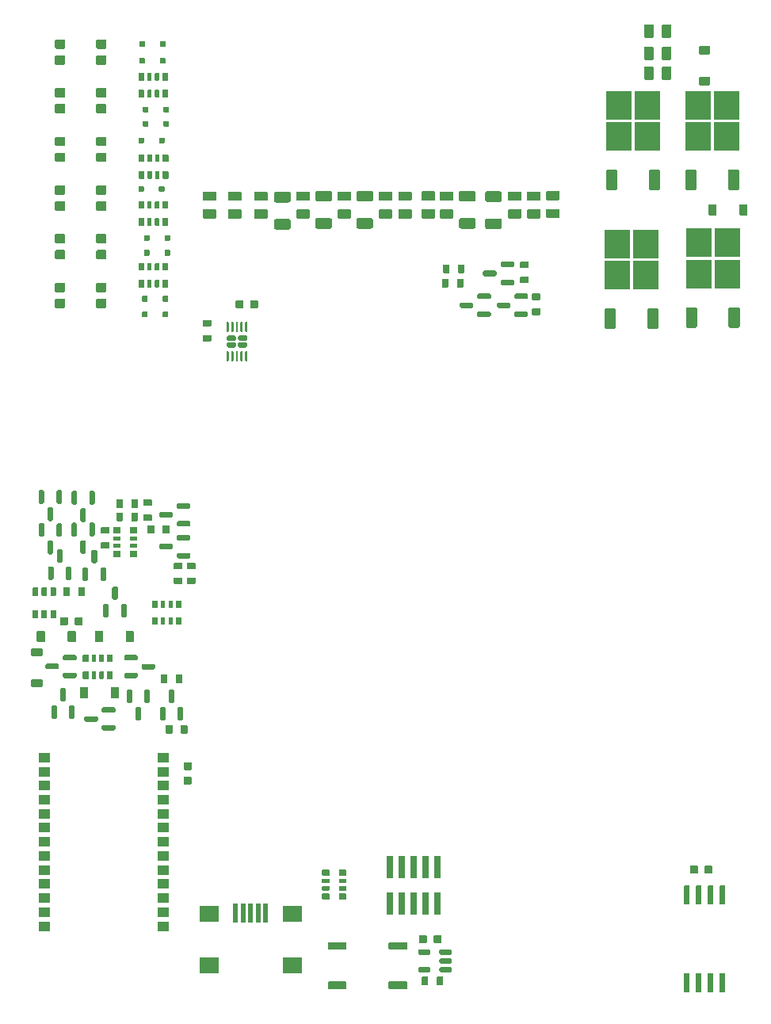
<source format=gtp>
G04 #@! TF.GenerationSoftware,KiCad,Pcbnew,(6.0.1)*
G04 #@! TF.CreationDate,2022-09-01T10:58:57+03:00*
G04 #@! TF.ProjectId,alphax_2ch,616c7068-6178-45f3-9263-682e6b696361,b*
G04 #@! TF.SameCoordinates,PX141f5e0PYa2cace0*
G04 #@! TF.FileFunction,Paste,Top*
G04 #@! TF.FilePolarity,Positive*
%FSLAX46Y46*%
G04 Gerber Fmt 4.6, Leading zero omitted, Abs format (unit mm)*
G04 Created by KiCad (PCBNEW (6.0.1)) date 2022-09-01 10:58:57*
%MOMM*%
%LPD*%
G01*
G04 APERTURE LIST*
%ADD10R,0.500000X2.000000*%
%ADD11R,2.000000X1.700000*%
%ADD12R,2.750000X3.050000*%
%ADD13O,0.000001X0.000001*%
%ADD14R,1.300000X1.000000*%
%ADD15R,0.740000X2.400000*%
G04 APERTURE END LIST*
G04 #@! TO.C,U1*
G36*
G01*
X27675000Y70860000D02*
X28405000Y70860000D01*
G75*
G02*
X28540000Y70725000I0J-135000D01*
G01*
X28540000Y70455000D01*
G75*
G02*
X28405000Y70320000I-135000J0D01*
G01*
X27675000Y70320000D01*
G75*
G02*
X27540000Y70455000I0J135000D01*
G01*
X27540000Y70725000D01*
G75*
G02*
X27675000Y70860000I135000J0D01*
G01*
G37*
G36*
G01*
X26475000Y70120000D02*
X27205000Y70120000D01*
G75*
G02*
X27340000Y69985000I0J-135000D01*
G01*
X27340000Y69715000D01*
G75*
G02*
X27205000Y69580000I-135000J0D01*
G01*
X26475000Y69580000D01*
G75*
G02*
X26340000Y69715000I0J135000D01*
G01*
X26340000Y69985000D01*
G75*
G02*
X26475000Y70120000I135000J0D01*
G01*
G37*
G36*
G01*
X27675000Y70120000D02*
X28405000Y70120000D01*
G75*
G02*
X28540000Y69985000I0J-135000D01*
G01*
X28540000Y69715000D01*
G75*
G02*
X28405000Y69580000I-135000J0D01*
G01*
X27675000Y69580000D01*
G75*
G02*
X27540000Y69715000I0J135000D01*
G01*
X27540000Y69985000D01*
G75*
G02*
X27675000Y70120000I135000J0D01*
G01*
G37*
G36*
G01*
X26475000Y70860000D02*
X27205000Y70860000D01*
G75*
G02*
X27340000Y70725000I0J-135000D01*
G01*
X27340000Y70455000D01*
G75*
G02*
X27205000Y70320000I-135000J0D01*
G01*
X26475000Y70320000D01*
G75*
G02*
X26340000Y70455000I0J135000D01*
G01*
X26340000Y70725000D01*
G75*
G02*
X26475000Y70860000I135000J0D01*
G01*
G37*
G36*
G01*
X28377500Y72320000D02*
X28502500Y72320000D01*
G75*
G02*
X28565000Y72257500I0J-62500D01*
G01*
X28565000Y71332500D01*
G75*
G02*
X28502500Y71270000I-62500J0D01*
G01*
X28377500Y71270000D01*
G75*
G02*
X28315000Y71332500I0J62500D01*
G01*
X28315000Y72257500D01*
G75*
G02*
X28377500Y72320000I62500J0D01*
G01*
G37*
G36*
G01*
X27877500Y72320000D02*
X28002500Y72320000D01*
G75*
G02*
X28065000Y72257500I0J-62500D01*
G01*
X28065000Y71332500D01*
G75*
G02*
X28002500Y71270000I-62500J0D01*
G01*
X27877500Y71270000D01*
G75*
G02*
X27815000Y71332500I0J62500D01*
G01*
X27815000Y72257500D01*
G75*
G02*
X27877500Y72320000I62500J0D01*
G01*
G37*
G36*
G01*
X27377500Y72320000D02*
X27502500Y72320000D01*
G75*
G02*
X27565000Y72257500I0J-62500D01*
G01*
X27565000Y71332500D01*
G75*
G02*
X27502500Y71270000I-62500J0D01*
G01*
X27377500Y71270000D01*
G75*
G02*
X27315000Y71332500I0J62500D01*
G01*
X27315000Y72257500D01*
G75*
G02*
X27377500Y72320000I62500J0D01*
G01*
G37*
G36*
G01*
X26877500Y72320000D02*
X27002500Y72320000D01*
G75*
G02*
X27065000Y72257500I0J-62500D01*
G01*
X27065000Y71332500D01*
G75*
G02*
X27002500Y71270000I-62500J0D01*
G01*
X26877500Y71270000D01*
G75*
G02*
X26815000Y71332500I0J62500D01*
G01*
X26815000Y72257500D01*
G75*
G02*
X26877500Y72320000I62500J0D01*
G01*
G37*
G36*
G01*
X26377500Y72320000D02*
X26502500Y72320000D01*
G75*
G02*
X26565000Y72257500I0J-62500D01*
G01*
X26565000Y71332500D01*
G75*
G02*
X26502500Y71270000I-62500J0D01*
G01*
X26377500Y71270000D01*
G75*
G02*
X26315000Y71332500I0J62500D01*
G01*
X26315000Y72257500D01*
G75*
G02*
X26377500Y72320000I62500J0D01*
G01*
G37*
G36*
G01*
X26377500Y69170000D02*
X26502500Y69170000D01*
G75*
G02*
X26565000Y69107500I0J-62500D01*
G01*
X26565000Y68182500D01*
G75*
G02*
X26502500Y68120000I-62500J0D01*
G01*
X26377500Y68120000D01*
G75*
G02*
X26315000Y68182500I0J62500D01*
G01*
X26315000Y69107500D01*
G75*
G02*
X26377500Y69170000I62500J0D01*
G01*
G37*
G36*
G01*
X26877500Y69170000D02*
X27002500Y69170000D01*
G75*
G02*
X27065000Y69107500I0J-62500D01*
G01*
X27065000Y68182500D01*
G75*
G02*
X27002500Y68120000I-62500J0D01*
G01*
X26877500Y68120000D01*
G75*
G02*
X26815000Y68182500I0J62500D01*
G01*
X26815000Y69107500D01*
G75*
G02*
X26877500Y69170000I62500J0D01*
G01*
G37*
G36*
G01*
X27377500Y69170000D02*
X27502500Y69170000D01*
G75*
G02*
X27565000Y69107500I0J-62500D01*
G01*
X27565000Y68182500D01*
G75*
G02*
X27502500Y68120000I-62500J0D01*
G01*
X27377500Y68120000D01*
G75*
G02*
X27315000Y68182500I0J62500D01*
G01*
X27315000Y69107500D01*
G75*
G02*
X27377500Y69170000I62500J0D01*
G01*
G37*
G36*
G01*
X27877500Y69170000D02*
X28002500Y69170000D01*
G75*
G02*
X28065000Y69107500I0J-62500D01*
G01*
X28065000Y68182500D01*
G75*
G02*
X28002500Y68120000I-62500J0D01*
G01*
X27877500Y68120000D01*
G75*
G02*
X27815000Y68182500I0J62500D01*
G01*
X27815000Y69107500D01*
G75*
G02*
X27877500Y69170000I62500J0D01*
G01*
G37*
G36*
G01*
X28377500Y69170000D02*
X28502500Y69170000D01*
G75*
G02*
X28565000Y69107500I0J-62500D01*
G01*
X28565000Y68182500D01*
G75*
G02*
X28502500Y68120000I-62500J0D01*
G01*
X28377500Y68120000D01*
G75*
G02*
X28315000Y68182500I0J62500D01*
G01*
X28315000Y69107500D01*
G75*
G02*
X28377500Y69170000I62500J0D01*
G01*
G37*
G04 #@! TD*
G04 #@! TO.C,R8*
G36*
G01*
X50461417Y83351578D02*
X49211417Y83351578D01*
G75*
G02*
X49111417Y83451578I0J100000D01*
G01*
X49111417Y84251578D01*
G75*
G02*
X49211417Y84351578I100000J0D01*
G01*
X50461417Y84351578D01*
G75*
G02*
X50561417Y84251578I0J-100000D01*
G01*
X50561417Y83451578D01*
G75*
G02*
X50461417Y83351578I-100000J0D01*
G01*
G37*
G36*
G01*
X50461417Y85251600D02*
X49211417Y85251600D01*
G75*
G02*
X49111417Y85351600I0J100000D01*
G01*
X49111417Y86151600D01*
G75*
G02*
X49211417Y86251600I100000J0D01*
G01*
X50461417Y86251600D01*
G75*
G02*
X50561417Y86151600I0J-100000D01*
G01*
X50561417Y85351600D01*
G75*
G02*
X50461417Y85251600I-100000J0D01*
G01*
G37*
G04 #@! TD*
G04 #@! TO.C,R29*
G36*
G01*
X17510000Y53350000D02*
X18290000Y53350000D01*
G75*
G02*
X18360000Y53280000I0J-70000D01*
G01*
X18360000Y52720000D01*
G75*
G02*
X18290000Y52650000I-70000J0D01*
G01*
X17510000Y52650000D01*
G75*
G02*
X17440000Y52720000I0J70000D01*
G01*
X17440000Y53280000D01*
G75*
G02*
X17510000Y53350000I70000J0D01*
G01*
G37*
G36*
G01*
X17510000Y51750000D02*
X18290000Y51750000D01*
G75*
G02*
X18360000Y51680000I0J-70000D01*
G01*
X18360000Y51120000D01*
G75*
G02*
X18290000Y51050000I-70000J0D01*
G01*
X17510000Y51050000D01*
G75*
G02*
X17440000Y51120000I0J70000D01*
G01*
X17440000Y51680000D01*
G75*
G02*
X17510000Y51750000I70000J0D01*
G01*
G37*
G04 #@! TD*
G04 #@! TO.C,R2*
G36*
G01*
X16900000Y76065000D02*
X16900000Y76735000D01*
G75*
G02*
X16965000Y76800000I65000J0D01*
G01*
X17485000Y76800000D01*
G75*
G02*
X17550000Y76735000I0J-65000D01*
G01*
X17550000Y76065000D01*
G75*
G02*
X17485000Y76000000I-65000J0D01*
G01*
X16965000Y76000000D01*
G75*
G02*
X16900000Y76065000I0J65000D01*
G01*
G37*
G36*
G01*
X17875000Y76045000D02*
X17875000Y76755000D01*
G75*
G02*
X17920000Y76800000I45000J0D01*
G01*
X18280000Y76800000D01*
G75*
G02*
X18325000Y76755000I0J-45000D01*
G01*
X18325000Y76045000D01*
G75*
G02*
X18280000Y76000000I-45000J0D01*
G01*
X17920000Y76000000D01*
G75*
G02*
X17875000Y76045000I0J45000D01*
G01*
G37*
G36*
G01*
X18675000Y76045000D02*
X18675000Y76755000D01*
G75*
G02*
X18720000Y76800000I45000J0D01*
G01*
X19080000Y76800000D01*
G75*
G02*
X19125000Y76755000I0J-45000D01*
G01*
X19125000Y76045000D01*
G75*
G02*
X19080000Y76000000I-45000J0D01*
G01*
X18720000Y76000000D01*
G75*
G02*
X18675000Y76045000I0J45000D01*
G01*
G37*
G36*
G01*
X19450000Y76065000D02*
X19450000Y76735000D01*
G75*
G02*
X19515000Y76800000I65000J0D01*
G01*
X20035000Y76800000D01*
G75*
G02*
X20100000Y76735000I0J-65000D01*
G01*
X20100000Y76065000D01*
G75*
G02*
X20035000Y76000000I-65000J0D01*
G01*
X19515000Y76000000D01*
G75*
G02*
X19450000Y76065000I0J65000D01*
G01*
G37*
G36*
G01*
X19450000Y77865000D02*
X19450000Y78535000D01*
G75*
G02*
X19515000Y78600000I65000J0D01*
G01*
X20035000Y78600000D01*
G75*
G02*
X20100000Y78535000I0J-65000D01*
G01*
X20100000Y77865000D01*
G75*
G02*
X20035000Y77800000I-65000J0D01*
G01*
X19515000Y77800000D01*
G75*
G02*
X19450000Y77865000I0J65000D01*
G01*
G37*
G36*
G01*
X18675000Y77845000D02*
X18675000Y78555000D01*
G75*
G02*
X18720000Y78600000I45000J0D01*
G01*
X19080000Y78600000D01*
G75*
G02*
X19125000Y78555000I0J-45000D01*
G01*
X19125000Y77845000D01*
G75*
G02*
X19080000Y77800000I-45000J0D01*
G01*
X18720000Y77800000D01*
G75*
G02*
X18675000Y77845000I0J45000D01*
G01*
G37*
G36*
G01*
X17875000Y77845000D02*
X17875000Y78555000D01*
G75*
G02*
X17920000Y78600000I45000J0D01*
G01*
X18280000Y78600000D01*
G75*
G02*
X18325000Y78555000I0J-45000D01*
G01*
X18325000Y77845000D01*
G75*
G02*
X18280000Y77800000I-45000J0D01*
G01*
X17920000Y77800000D01*
G75*
G02*
X17875000Y77845000I0J45000D01*
G01*
G37*
G36*
G01*
X16900000Y77865000D02*
X16900000Y78535000D01*
G75*
G02*
X16965000Y78600000I65000J0D01*
G01*
X17485000Y78600000D01*
G75*
G02*
X17550000Y78535000I0J-65000D01*
G01*
X17550000Y77865000D01*
G75*
G02*
X17485000Y77800000I-65000J0D01*
G01*
X16965000Y77800000D01*
G75*
G02*
X16900000Y77865000I0J65000D01*
G01*
G37*
G04 #@! TD*
G04 #@! TO.C,R4*
G36*
G01*
X20124000Y90147000D02*
X20124000Y89477000D01*
G75*
G02*
X20059000Y89412000I-65000J0D01*
G01*
X19539000Y89412000D01*
G75*
G02*
X19474000Y89477000I0J65000D01*
G01*
X19474000Y90147000D01*
G75*
G02*
X19539000Y90212000I65000J0D01*
G01*
X20059000Y90212000D01*
G75*
G02*
X20124000Y90147000I0J-65000D01*
G01*
G37*
G36*
G01*
X19149000Y90167000D02*
X19149000Y89457000D01*
G75*
G02*
X19104000Y89412000I-45000J0D01*
G01*
X18744000Y89412000D01*
G75*
G02*
X18699000Y89457000I0J45000D01*
G01*
X18699000Y90167000D01*
G75*
G02*
X18744000Y90212000I45000J0D01*
G01*
X19104000Y90212000D01*
G75*
G02*
X19149000Y90167000I0J-45000D01*
G01*
G37*
G36*
G01*
X18349000Y90167000D02*
X18349000Y89457000D01*
G75*
G02*
X18304000Y89412000I-45000J0D01*
G01*
X17944000Y89412000D01*
G75*
G02*
X17899000Y89457000I0J45000D01*
G01*
X17899000Y90167000D01*
G75*
G02*
X17944000Y90212000I45000J0D01*
G01*
X18304000Y90212000D01*
G75*
G02*
X18349000Y90167000I0J-45000D01*
G01*
G37*
G36*
G01*
X17574000Y90147000D02*
X17574000Y89477000D01*
G75*
G02*
X17509000Y89412000I-65000J0D01*
G01*
X16989000Y89412000D01*
G75*
G02*
X16924000Y89477000I0J65000D01*
G01*
X16924000Y90147000D01*
G75*
G02*
X16989000Y90212000I65000J0D01*
G01*
X17509000Y90212000D01*
G75*
G02*
X17574000Y90147000I0J-65000D01*
G01*
G37*
G36*
G01*
X17574000Y88347000D02*
X17574000Y87677000D01*
G75*
G02*
X17509000Y87612000I-65000J0D01*
G01*
X16989000Y87612000D01*
G75*
G02*
X16924000Y87677000I0J65000D01*
G01*
X16924000Y88347000D01*
G75*
G02*
X16989000Y88412000I65000J0D01*
G01*
X17509000Y88412000D01*
G75*
G02*
X17574000Y88347000I0J-65000D01*
G01*
G37*
G36*
G01*
X18349000Y88367000D02*
X18349000Y87657000D01*
G75*
G02*
X18304000Y87612000I-45000J0D01*
G01*
X17944000Y87612000D01*
G75*
G02*
X17899000Y87657000I0J45000D01*
G01*
X17899000Y88367000D01*
G75*
G02*
X17944000Y88412000I45000J0D01*
G01*
X18304000Y88412000D01*
G75*
G02*
X18349000Y88367000I0J-45000D01*
G01*
G37*
G36*
G01*
X19149000Y88367000D02*
X19149000Y87657000D01*
G75*
G02*
X19104000Y87612000I-45000J0D01*
G01*
X18744000Y87612000D01*
G75*
G02*
X18699000Y87657000I0J45000D01*
G01*
X18699000Y88367000D01*
G75*
G02*
X18744000Y88412000I45000J0D01*
G01*
X19104000Y88412000D01*
G75*
G02*
X19149000Y88367000I0J-45000D01*
G01*
G37*
G36*
G01*
X20124000Y88347000D02*
X20124000Y87677000D01*
G75*
G02*
X20059000Y87612000I-65000J0D01*
G01*
X19539000Y87612000D01*
G75*
G02*
X19474000Y87677000I0J65000D01*
G01*
X19474000Y88347000D01*
G75*
G02*
X19539000Y88412000I65000J0D01*
G01*
X20059000Y88412000D01*
G75*
G02*
X20124000Y88347000I0J-65000D01*
G01*
G37*
G04 #@! TD*
G04 #@! TO.C,C3*
G36*
G01*
X22500000Y22864999D02*
X21820000Y22864999D01*
G75*
G02*
X21735000Y22949999I0J85000D01*
G01*
X21735000Y23629999D01*
G75*
G02*
X21820000Y23714999I85000J0D01*
G01*
X22500000Y23714999D01*
G75*
G02*
X22585000Y23629999I0J-85000D01*
G01*
X22585000Y22949999D01*
G75*
G02*
X22500000Y22864999I-85000J0D01*
G01*
G37*
G36*
G01*
X22500000Y24445001D02*
X21820000Y24445001D01*
G75*
G02*
X21735000Y24530001I0J85000D01*
G01*
X21735000Y25210001D01*
G75*
G02*
X21820000Y25295001I85000J0D01*
G01*
X22500000Y25295001D01*
G75*
G02*
X22585000Y25210001I0J-85000D01*
G01*
X22585000Y24530001D01*
G75*
G02*
X22500000Y24445001I-85000J0D01*
G01*
G37*
G04 #@! TD*
G04 #@! TO.C,R9*
G36*
G01*
X48507571Y83373048D02*
X47257571Y83373048D01*
G75*
G02*
X47157571Y83473048I0J100000D01*
G01*
X47157571Y84273048D01*
G75*
G02*
X47257571Y84373048I100000J0D01*
G01*
X48507571Y84373048D01*
G75*
G02*
X48607571Y84273048I0J-100000D01*
G01*
X48607571Y83473048D01*
G75*
G02*
X48507571Y83373048I-100000J0D01*
G01*
G37*
G36*
G01*
X48507571Y85273070D02*
X47257571Y85273070D01*
G75*
G02*
X47157571Y85373070I0J100000D01*
G01*
X47157571Y86173070D01*
G75*
G02*
X47257571Y86273070I100000J0D01*
G01*
X48507571Y86273070D01*
G75*
G02*
X48607571Y86173070I0J-100000D01*
G01*
X48607571Y85373070D01*
G75*
G02*
X48507571Y85273070I-100000J0D01*
G01*
G37*
G04 #@! TD*
G04 #@! TO.C,F4*
G36*
G01*
X35800000Y85405010D02*
X35800000Y86095010D01*
G75*
G02*
X36030000Y86325010I230000J0D01*
G01*
X37370000Y86325010D01*
G75*
G02*
X37600000Y86095010I0J-230000D01*
G01*
X37600000Y85405010D01*
G75*
G02*
X37370000Y85175010I-230000J0D01*
G01*
X36030000Y85175010D01*
G75*
G02*
X35800000Y85405010I0J230000D01*
G01*
G37*
G36*
G01*
X35800000Y82504990D02*
X35800000Y83194990D01*
G75*
G02*
X36030000Y83424990I230000J0D01*
G01*
X37370000Y83424990D01*
G75*
G02*
X37600000Y83194990I0J-230000D01*
G01*
X37600000Y82504990D01*
G75*
G02*
X37370000Y82274990I-230000J0D01*
G01*
X36030000Y82274990D01*
G75*
G02*
X35800000Y82504990I0J230000D01*
G01*
G37*
G04 #@! TD*
G04 #@! TO.C,Q13*
G36*
G01*
X57075000Y76700000D02*
X57075000Y76400000D01*
G75*
G02*
X56925000Y76250000I-150000J0D01*
G01*
X55750000Y76250000D01*
G75*
G02*
X55600000Y76400000I0J150000D01*
G01*
X55600000Y76700000D01*
G75*
G02*
X55750000Y76850000I150000J0D01*
G01*
X56925000Y76850000D01*
G75*
G02*
X57075000Y76700000I0J-150000D01*
G01*
G37*
G36*
G01*
X55200000Y77650000D02*
X55200000Y77350000D01*
G75*
G02*
X55050000Y77200000I-150000J0D01*
G01*
X53875000Y77200000D01*
G75*
G02*
X53725000Y77350000I0J150000D01*
G01*
X53725000Y77650000D01*
G75*
G02*
X53875000Y77800000I150000J0D01*
G01*
X55050000Y77800000D01*
G75*
G02*
X55200000Y77650000I0J-150000D01*
G01*
G37*
G36*
G01*
X57075000Y78600000D02*
X57075000Y78300000D01*
G75*
G02*
X56925000Y78150000I-150000J0D01*
G01*
X55750000Y78150000D01*
G75*
G02*
X55600000Y78300000I0J150000D01*
G01*
X55600000Y78600000D01*
G75*
G02*
X55750000Y78750000I150000J0D01*
G01*
X56925000Y78750000D01*
G75*
G02*
X57075000Y78600000I0J-150000D01*
G01*
G37*
G04 #@! TD*
G04 #@! TO.C,D1*
G36*
G01*
X17561499Y80000000D02*
X18041499Y80000000D01*
G75*
G02*
X18101499Y79940000I0J-60000D01*
G01*
X18101499Y79460000D01*
G75*
G02*
X18041499Y79400000I-60000J0D01*
G01*
X17561499Y79400000D01*
G75*
G02*
X17501499Y79460000I0J60000D01*
G01*
X17501499Y79940000D01*
G75*
G02*
X17561499Y80000000I60000J0D01*
G01*
G37*
G36*
G01*
X19761499Y80000000D02*
X20241499Y80000000D01*
G75*
G02*
X20301499Y79940000I0J-60000D01*
G01*
X20301499Y79460000D01*
G75*
G02*
X20241499Y79400000I-60000J0D01*
G01*
X19761499Y79400000D01*
G75*
G02*
X19701499Y79460000I0J60000D01*
G01*
X19701499Y79940000D01*
G75*
G02*
X19761499Y80000000I60000J0D01*
G01*
G37*
G04 #@! TD*
G04 #@! TO.C,D15*
G36*
G01*
X13399998Y84200001D02*
X12499998Y84200001D01*
G75*
G02*
X12399998Y84300001I0J100000D01*
G01*
X12399998Y85100001D01*
G75*
G02*
X12499998Y85200001I100000J0D01*
G01*
X13399998Y85200001D01*
G75*
G02*
X13499998Y85100001I0J-100000D01*
G01*
X13499998Y84300001D01*
G75*
G02*
X13399998Y84200001I-100000J0D01*
G01*
G37*
G36*
G01*
X13399998Y85900001D02*
X12499998Y85900001D01*
G75*
G02*
X12399998Y86000001I0J100000D01*
G01*
X12399998Y86800001D01*
G75*
G02*
X12499998Y86900001I100000J0D01*
G01*
X13399998Y86900001D01*
G75*
G02*
X13499998Y86800001I0J-100000D01*
G01*
X13499998Y86000001D01*
G75*
G02*
X13399998Y85900001I-100000J0D01*
G01*
G37*
G04 #@! TD*
G04 #@! TO.C,C1*
G36*
G01*
X27284999Y73860000D02*
X27284999Y74540000D01*
G75*
G02*
X27369999Y74625000I85000J0D01*
G01*
X28049999Y74625000D01*
G75*
G02*
X28134999Y74540000I0J-85000D01*
G01*
X28134999Y73860000D01*
G75*
G02*
X28049999Y73775000I-85000J0D01*
G01*
X27369999Y73775000D01*
G75*
G02*
X27284999Y73860000I0J85000D01*
G01*
G37*
G36*
G01*
X28865001Y73860000D02*
X28865001Y74540000D01*
G75*
G02*
X28950001Y74625000I85000J0D01*
G01*
X29630001Y74625000D01*
G75*
G02*
X29715001Y74540000I0J-85000D01*
G01*
X29715001Y73860000D01*
G75*
G02*
X29630001Y73775000I-85000J0D01*
G01*
X28950001Y73775000D01*
G75*
G02*
X28865001Y73860000I0J85000D01*
G01*
G37*
G04 #@! TD*
G04 #@! TO.C,S1*
G36*
G01*
X43730000Y6050001D02*
X45570000Y6050001D01*
G75*
G02*
X45650000Y5970001I0J-80000D01*
G01*
X45650000Y5330001D01*
G75*
G02*
X45570000Y5250001I-80000J0D01*
G01*
X43730000Y5250001D01*
G75*
G02*
X43650000Y5330001I0J80000D01*
G01*
X43650000Y5970001D01*
G75*
G02*
X43730000Y6050001I80000J0D01*
G01*
G37*
G36*
G01*
X43730000Y1850000D02*
X45570000Y1850000D01*
G75*
G02*
X45650000Y1770000I0J-80000D01*
G01*
X45650000Y1130000D01*
G75*
G02*
X45570000Y1050000I-80000J0D01*
G01*
X43730000Y1050000D01*
G75*
G02*
X43650000Y1130000I0J80000D01*
G01*
X43650000Y1770000D01*
G75*
G02*
X43730000Y1850000I80000J0D01*
G01*
G37*
G04 #@! TD*
G04 #@! TO.C,D6*
G36*
G01*
X17058502Y102312502D02*
X17538502Y102312502D01*
G75*
G02*
X17598502Y102252502I0J-60000D01*
G01*
X17598502Y101772502D01*
G75*
G02*
X17538502Y101712502I-60000J0D01*
G01*
X17058502Y101712502D01*
G75*
G02*
X16998502Y101772502I0J60000D01*
G01*
X16998502Y102252502D01*
G75*
G02*
X17058502Y102312502I60000J0D01*
G01*
G37*
G36*
G01*
X19258502Y102312502D02*
X19738502Y102312502D01*
G75*
G02*
X19798502Y102252502I0J-60000D01*
G01*
X19798502Y101772502D01*
G75*
G02*
X19738502Y101712502I-60000J0D01*
G01*
X19258502Y101712502D01*
G75*
G02*
X19198502Y101772502I0J60000D01*
G01*
X19198502Y102252502D01*
G75*
G02*
X19258502Y102312502I60000J0D01*
G01*
G37*
G04 #@! TD*
G04 #@! TO.C,C4*
G36*
G01*
X49305001Y6720000D02*
X49305001Y6040000D01*
G75*
G02*
X49220001Y5955000I-85000J0D01*
G01*
X48540001Y5955000D01*
G75*
G02*
X48455001Y6040000I0J85000D01*
G01*
X48455001Y6720000D01*
G75*
G02*
X48540001Y6805000I85000J0D01*
G01*
X49220001Y6805000D01*
G75*
G02*
X49305001Y6720000I0J-85000D01*
G01*
G37*
G36*
G01*
X47724999Y6720000D02*
X47724999Y6040000D01*
G75*
G02*
X47639999Y5955000I-85000J0D01*
G01*
X46959999Y5955000D01*
G75*
G02*
X46874999Y6040000I0J85000D01*
G01*
X46874999Y6720000D01*
G75*
G02*
X46959999Y6805000I85000J0D01*
G01*
X47639999Y6805000D01*
G75*
G02*
X47724999Y6720000I0J-85000D01*
G01*
G37*
G04 #@! TD*
G04 #@! TO.C,Q1*
G36*
G01*
X14465000Y29110000D02*
X14465000Y28810000D01*
G75*
G02*
X14315000Y28660000I-150000J0D01*
G01*
X13140000Y28660000D01*
G75*
G02*
X12990000Y28810000I0J150000D01*
G01*
X12990000Y29110000D01*
G75*
G02*
X13140000Y29260000I150000J0D01*
G01*
X14315000Y29260000D01*
G75*
G02*
X14465000Y29110000I0J-150000D01*
G01*
G37*
G36*
G01*
X12590000Y30060000D02*
X12590000Y29760000D01*
G75*
G02*
X12440000Y29610000I-150000J0D01*
G01*
X11265000Y29610000D01*
G75*
G02*
X11115000Y29760000I0J150000D01*
G01*
X11115000Y30060000D01*
G75*
G02*
X11265000Y30210000I150000J0D01*
G01*
X12440000Y30210000D01*
G75*
G02*
X12590000Y30060000I0J-150000D01*
G01*
G37*
G36*
G01*
X14465000Y31010000D02*
X14465000Y30710000D01*
G75*
G02*
X14315000Y30560000I-150000J0D01*
G01*
X13140000Y30560000D01*
G75*
G02*
X12990000Y30710000I0J150000D01*
G01*
X12990000Y31010000D01*
G75*
G02*
X13140000Y31160000I150000J0D01*
G01*
X14315000Y31160000D01*
G75*
G02*
X14465000Y31010000I0J-150000D01*
G01*
G37*
G04 #@! TD*
G04 #@! TO.C,D28*
G36*
G01*
X10250000Y39210000D02*
X10250000Y38190000D01*
G75*
G02*
X10160000Y38100000I-90000J0D01*
G01*
X9440000Y38100000D01*
G75*
G02*
X9350000Y38190000I0J90000D01*
G01*
X9350000Y39210000D01*
G75*
G02*
X9440000Y39300000I90000J0D01*
G01*
X10160000Y39300000D01*
G75*
G02*
X10250000Y39210000I0J-90000D01*
G01*
G37*
G36*
G01*
X6950000Y39210000D02*
X6950000Y38190000D01*
G75*
G02*
X6860000Y38100000I-90000J0D01*
G01*
X6140000Y38100000D01*
G75*
G02*
X6050000Y38190000I0J90000D01*
G01*
X6050000Y39210000D01*
G75*
G02*
X6140000Y39300000I90000J0D01*
G01*
X6860000Y39300000D01*
G75*
G02*
X6950000Y39210000I0J-90000D01*
G01*
G37*
G04 #@! TD*
G04 #@! TO.C,D12*
G36*
G01*
X13399998Y79000001D02*
X12499998Y79000001D01*
G75*
G02*
X12399998Y79100001I0J100000D01*
G01*
X12399998Y79900001D01*
G75*
G02*
X12499998Y80000001I100000J0D01*
G01*
X13399998Y80000001D01*
G75*
G02*
X13499998Y79900001I0J-100000D01*
G01*
X13499998Y79100001D01*
G75*
G02*
X13399998Y79000001I-100000J0D01*
G01*
G37*
G36*
G01*
X13399998Y80700001D02*
X12499998Y80700001D01*
G75*
G02*
X12399998Y80800001I0J100000D01*
G01*
X12399998Y81600001D01*
G75*
G02*
X12499998Y81700001I100000J0D01*
G01*
X13399998Y81700001D01*
G75*
G02*
X13499998Y81600001I0J-100000D01*
G01*
X13499998Y80800001D01*
G75*
G02*
X13399998Y80700001I-100000J0D01*
G01*
G37*
G04 #@! TD*
G04 #@! TO.C,R38*
G36*
G01*
X19850000Y28410000D02*
X19850000Y29190000D01*
G75*
G02*
X19920000Y29260000I70000J0D01*
G01*
X20480000Y29260000D01*
G75*
G02*
X20550000Y29190000I0J-70000D01*
G01*
X20550000Y28410000D01*
G75*
G02*
X20480000Y28340000I-70000J0D01*
G01*
X19920000Y28340000D01*
G75*
G02*
X19850000Y28410000I0J70000D01*
G01*
G37*
G36*
G01*
X21450000Y28410000D02*
X21450000Y29190000D01*
G75*
G02*
X21520000Y29260000I70000J0D01*
G01*
X22080000Y29260000D01*
G75*
G02*
X22150000Y29190000I0J-70000D01*
G01*
X22150000Y28410000D01*
G75*
G02*
X22080000Y28340000I-70000J0D01*
G01*
X21520000Y28340000D01*
G75*
G02*
X21450000Y28410000I0J70000D01*
G01*
G37*
G04 #@! TD*
G04 #@! TO.C,D22*
G36*
G01*
X17060000Y100500000D02*
X17540000Y100500000D01*
G75*
G02*
X17600000Y100440000I0J-60000D01*
G01*
X17600000Y99960000D01*
G75*
G02*
X17540000Y99900000I-60000J0D01*
G01*
X17060000Y99900000D01*
G75*
G02*
X17000000Y99960000I0J60000D01*
G01*
X17000000Y100440000D01*
G75*
G02*
X17060000Y100500000I60000J0D01*
G01*
G37*
G36*
G01*
X19260000Y100500000D02*
X19740000Y100500000D01*
G75*
G02*
X19800000Y100440000I0J-60000D01*
G01*
X19800000Y99960000D01*
G75*
G02*
X19740000Y99900000I-60000J0D01*
G01*
X19260000Y99900000D01*
G75*
G02*
X19200000Y99960000I0J60000D01*
G01*
X19200000Y100440000D01*
G75*
G02*
X19260000Y100500000I60000J0D01*
G01*
G37*
G04 #@! TD*
G04 #@! TO.C,R32*
G36*
G01*
X51650000Y76856000D02*
X51650000Y76076000D01*
G75*
G02*
X51580000Y76006000I-70000J0D01*
G01*
X51020000Y76006000D01*
G75*
G02*
X50950000Y76076000I0J70000D01*
G01*
X50950000Y76856000D01*
G75*
G02*
X51020000Y76926000I70000J0D01*
G01*
X51580000Y76926000D01*
G75*
G02*
X51650000Y76856000I0J-70000D01*
G01*
G37*
G36*
G01*
X50050000Y76856000D02*
X50050000Y76076000D01*
G75*
G02*
X49980000Y76006000I-70000J0D01*
G01*
X49420000Y76006000D01*
G75*
G02*
X49350000Y76076000I0J70000D01*
G01*
X49350000Y76856000D01*
G75*
G02*
X49420000Y76926000I70000J0D01*
G01*
X49980000Y76926000D01*
G75*
G02*
X50050000Y76856000I0J-70000D01*
G01*
G37*
G04 #@! TD*
G04 #@! TO.C,D11*
G36*
G01*
X13399998Y94600001D02*
X12499998Y94600001D01*
G75*
G02*
X12399998Y94700001I0J100000D01*
G01*
X12399998Y95500001D01*
G75*
G02*
X12499998Y95600001I100000J0D01*
G01*
X13399998Y95600001D01*
G75*
G02*
X13499998Y95500001I0J-100000D01*
G01*
X13499998Y94700001D01*
G75*
G02*
X13399998Y94600001I-100000J0D01*
G01*
G37*
G36*
G01*
X13399998Y96300001D02*
X12499998Y96300001D01*
G75*
G02*
X12399998Y96400001I0J100000D01*
G01*
X12399998Y97200001D01*
G75*
G02*
X12499998Y97300001I100000J0D01*
G01*
X13399998Y97300001D01*
G75*
G02*
X13499998Y97200001I0J-100000D01*
G01*
X13499998Y96400001D01*
G75*
G02*
X13399998Y96300001I-100000J0D01*
G01*
G37*
G04 #@! TD*
G04 #@! TO.C,R11*
G36*
G01*
X25125000Y83349999D02*
X23875000Y83349999D01*
G75*
G02*
X23775000Y83449999I0J100000D01*
G01*
X23775000Y84249999D01*
G75*
G02*
X23875000Y84349999I100000J0D01*
G01*
X25125000Y84349999D01*
G75*
G02*
X25225000Y84249999I0J-100000D01*
G01*
X25225000Y83449999D01*
G75*
G02*
X25125000Y83349999I-100000J0D01*
G01*
G37*
G36*
G01*
X25125000Y85250021D02*
X23875000Y85250021D01*
G75*
G02*
X23775000Y85350021I0J100000D01*
G01*
X23775000Y86150021D01*
G75*
G02*
X23875000Y86250021I100000J0D01*
G01*
X25125000Y86250021D01*
G75*
G02*
X25225000Y86150021I0J-100000D01*
G01*
X25225000Y85350021D01*
G75*
G02*
X25125000Y85250021I-100000J0D01*
G01*
G37*
G04 #@! TD*
G04 #@! TO.C,R6*
G36*
G01*
X73850001Y104025000D02*
X73850001Y102775000D01*
G75*
G02*
X73750001Y102675000I-100000J0D01*
G01*
X72950001Y102675000D01*
G75*
G02*
X72850001Y102775000I0J100000D01*
G01*
X72850001Y104025000D01*
G75*
G02*
X72950001Y104125000I100000J0D01*
G01*
X73750001Y104125000D01*
G75*
G02*
X73850001Y104025000I0J-100000D01*
G01*
G37*
G36*
G01*
X71949979Y104025000D02*
X71949979Y102775000D01*
G75*
G02*
X71849979Y102675000I-100000J0D01*
G01*
X71049979Y102675000D01*
G75*
G02*
X70949979Y102775000I0J100000D01*
G01*
X70949979Y104025000D01*
G75*
G02*
X71049979Y104125000I100000J0D01*
G01*
X71849979Y104125000D01*
G75*
G02*
X71949979Y104025000I0J-100000D01*
G01*
G37*
G04 #@! TD*
D10*
G04 #@! TO.C,J1*
X27310000Y9175000D03*
X28110000Y9175000D03*
X28910000Y9175000D03*
X29710000Y9175000D03*
X30510000Y9175000D03*
D11*
X33360000Y3625000D03*
X24460000Y3625000D03*
X33360000Y9075000D03*
X24460000Y9075000D03*
G04 #@! TD*
D12*
G04 #@! TO.C,Q8*
X79745000Y95475000D03*
X79745000Y92125000D03*
X76695000Y92125000D03*
X76695000Y95475000D03*
G36*
G01*
X76420000Y86400000D02*
X75460000Y86400000D01*
G75*
G02*
X75340000Y86520000I0J120000D01*
G01*
X75340000Y88480000D01*
G75*
G02*
X75460000Y88600000I120000J0D01*
G01*
X76420000Y88600000D01*
G75*
G02*
X76540000Y88480000I0J-120000D01*
G01*
X76540000Y86520000D01*
G75*
G02*
X76420000Y86400000I-120000J0D01*
G01*
G37*
G36*
G01*
X80980000Y86400000D02*
X80020000Y86400000D01*
G75*
G02*
X79900000Y86520000I0J120000D01*
G01*
X79900000Y88480000D01*
G75*
G02*
X80020000Y88600000I120000J0D01*
G01*
X80980000Y88600000D01*
G75*
G02*
X81100000Y88480000I0J-120000D01*
G01*
X81100000Y86520000D01*
G75*
G02*
X80980000Y86400000I-120000J0D01*
G01*
G37*
G04 #@! TD*
G04 #@! TO.C,Q4*
G36*
G01*
X8300000Y50825000D02*
X8600000Y50825000D01*
G75*
G02*
X8750000Y50675000I0J-150000D01*
G01*
X8750000Y49500000D01*
G75*
G02*
X8600000Y49350000I-150000J0D01*
G01*
X8300000Y49350000D01*
G75*
G02*
X8150000Y49500000I0J150000D01*
G01*
X8150000Y50675000D01*
G75*
G02*
X8300000Y50825000I150000J0D01*
G01*
G37*
G36*
G01*
X7350000Y48950000D02*
X7650000Y48950000D01*
G75*
G02*
X7800000Y48800000I0J-150000D01*
G01*
X7800000Y47625000D01*
G75*
G02*
X7650000Y47475000I-150000J0D01*
G01*
X7350000Y47475000D01*
G75*
G02*
X7200000Y47625000I0J150000D01*
G01*
X7200000Y48800000D01*
G75*
G02*
X7350000Y48950000I150000J0D01*
G01*
G37*
G36*
G01*
X6400000Y50825000D02*
X6700000Y50825000D01*
G75*
G02*
X6850000Y50675000I0J-150000D01*
G01*
X6850000Y49500000D01*
G75*
G02*
X6700000Y49350000I-150000J0D01*
G01*
X6400000Y49350000D01*
G75*
G02*
X6250000Y49500000I0J150000D01*
G01*
X6250000Y50675000D01*
G75*
G02*
X6400000Y50825000I150000J0D01*
G01*
G37*
G04 #@! TD*
G04 #@! TO.C,R30*
G36*
G01*
X59808000Y73050000D02*
X59028000Y73050000D01*
G75*
G02*
X58958000Y73120000I0J70000D01*
G01*
X58958000Y73680000D01*
G75*
G02*
X59028000Y73750000I70000J0D01*
G01*
X59808000Y73750000D01*
G75*
G02*
X59878000Y73680000I0J-70000D01*
G01*
X59878000Y73120000D01*
G75*
G02*
X59808000Y73050000I-70000J0D01*
G01*
G37*
G36*
G01*
X59808000Y74650000D02*
X59028000Y74650000D01*
G75*
G02*
X58958000Y74720000I0J70000D01*
G01*
X58958000Y75280000D01*
G75*
G02*
X59028000Y75350000I70000J0D01*
G01*
X59808000Y75350000D01*
G75*
G02*
X59878000Y75280000I0J-70000D01*
G01*
X59878000Y74720000D01*
G75*
G02*
X59808000Y74650000I-70000J0D01*
G01*
G37*
G04 #@! TD*
G04 #@! TO.C,R41*
G36*
G01*
X20760000Y46600000D02*
X21540000Y46600000D01*
G75*
G02*
X21610000Y46530000I0J-70000D01*
G01*
X21610000Y45970000D01*
G75*
G02*
X21540000Y45900000I-70000J0D01*
G01*
X20760000Y45900000D01*
G75*
G02*
X20690000Y45970000I0J70000D01*
G01*
X20690000Y46530000D01*
G75*
G02*
X20760000Y46600000I70000J0D01*
G01*
G37*
G36*
G01*
X20760000Y45000000D02*
X21540000Y45000000D01*
G75*
G02*
X21610000Y44930000I0J-70000D01*
G01*
X21610000Y44370000D01*
G75*
G02*
X21540000Y44300000I-70000J0D01*
G01*
X20760000Y44300000D01*
G75*
G02*
X20690000Y44370000I0J70000D01*
G01*
X20690000Y44930000D01*
G75*
G02*
X20760000Y45000000I70000J0D01*
G01*
G37*
G04 #@! TD*
G04 #@! TO.C,U2*
G36*
G01*
X8100000Y43890000D02*
X8100000Y43110000D01*
G75*
G02*
X8040000Y43050000I-60000J0D01*
G01*
X7560000Y43050000D01*
G75*
G02*
X7500000Y43110000I0J60000D01*
G01*
X7500000Y43890000D01*
G75*
G02*
X7560000Y43950000I60000J0D01*
G01*
X8040000Y43950000D01*
G75*
G02*
X8100000Y43890000I0J-60000D01*
G01*
G37*
G36*
G01*
X7150000Y43890000D02*
X7150000Y43110000D01*
G75*
G02*
X7090000Y43050000I-60000J0D01*
G01*
X6610000Y43050000D01*
G75*
G02*
X6550000Y43110000I0J60000D01*
G01*
X6550000Y43890000D01*
G75*
G02*
X6610000Y43950000I60000J0D01*
G01*
X7090000Y43950000D01*
G75*
G02*
X7150000Y43890000I0J-60000D01*
G01*
G37*
G36*
G01*
X6200000Y43890000D02*
X6200000Y43110000D01*
G75*
G02*
X6140000Y43050000I-60000J0D01*
G01*
X5660000Y43050000D01*
G75*
G02*
X5600000Y43110000I0J60000D01*
G01*
X5600000Y43890000D01*
G75*
G02*
X5660000Y43950000I60000J0D01*
G01*
X6140000Y43950000D01*
G75*
G02*
X6200000Y43890000I0J-60000D01*
G01*
G37*
G36*
G01*
X6200000Y41490000D02*
X6200000Y40710000D01*
G75*
G02*
X6140000Y40650000I-60000J0D01*
G01*
X5660000Y40650000D01*
G75*
G02*
X5600000Y40710000I0J60000D01*
G01*
X5600000Y41490000D01*
G75*
G02*
X5660000Y41550000I60000J0D01*
G01*
X6140000Y41550000D01*
G75*
G02*
X6200000Y41490000I0J-60000D01*
G01*
G37*
G36*
G01*
X7150000Y41490000D02*
X7150000Y40710000D01*
G75*
G02*
X7090000Y40650000I-60000J0D01*
G01*
X6610000Y40650000D01*
G75*
G02*
X6550000Y40710000I0J60000D01*
G01*
X6550000Y41490000D01*
G75*
G02*
X6610000Y41550000I60000J0D01*
G01*
X7090000Y41550000D01*
G75*
G02*
X7150000Y41490000I0J-60000D01*
G01*
G37*
G36*
G01*
X8100000Y41490000D02*
X8100000Y40710000D01*
G75*
G02*
X8040000Y40650000I-60000J0D01*
G01*
X7560000Y40650000D01*
G75*
G02*
X7500000Y40710000I0J60000D01*
G01*
X7500000Y41490000D01*
G75*
G02*
X7560000Y41550000I60000J0D01*
G01*
X8040000Y41550000D01*
G75*
G02*
X8100000Y41490000I0J-60000D01*
G01*
G37*
G04 #@! TD*
G04 #@! TO.C,U5*
G36*
G01*
X50390000Y3260000D02*
X50390000Y2960000D01*
G75*
G02*
X50240000Y2810000I-150000J0D01*
G01*
X49215000Y2810000D01*
G75*
G02*
X49065000Y2960000I0J150000D01*
G01*
X49065000Y3260000D01*
G75*
G02*
X49215000Y3410000I150000J0D01*
G01*
X50240000Y3410000D01*
G75*
G02*
X50390000Y3260000I0J-150000D01*
G01*
G37*
G36*
G01*
X50390000Y4210000D02*
X50390000Y3910000D01*
G75*
G02*
X50240000Y3760000I-150000J0D01*
G01*
X49215000Y3760000D01*
G75*
G02*
X49065000Y3910000I0J150000D01*
G01*
X49065000Y4210000D01*
G75*
G02*
X49215000Y4360000I150000J0D01*
G01*
X50240000Y4360000D01*
G75*
G02*
X50390000Y4210000I0J-150000D01*
G01*
G37*
G36*
G01*
X50390000Y5160000D02*
X50390000Y4860000D01*
G75*
G02*
X50240000Y4710000I-150000J0D01*
G01*
X49215000Y4710000D01*
G75*
G02*
X49065000Y4860000I0J150000D01*
G01*
X49065000Y5160000D01*
G75*
G02*
X49215000Y5310000I150000J0D01*
G01*
X50240000Y5310000D01*
G75*
G02*
X50390000Y5160000I0J-150000D01*
G01*
G37*
G36*
G01*
X48115000Y5160000D02*
X48115000Y4860000D01*
G75*
G02*
X47965000Y4710000I-150000J0D01*
G01*
X46940000Y4710000D01*
G75*
G02*
X46790000Y4860000I0J150000D01*
G01*
X46790000Y5160000D01*
G75*
G02*
X46940000Y5310000I150000J0D01*
G01*
X47965000Y5310000D01*
G75*
G02*
X48115000Y5160000I0J-150000D01*
G01*
G37*
G36*
G01*
X48115000Y3260000D02*
X48115000Y2960000D01*
G75*
G02*
X47965000Y2810000I-150000J0D01*
G01*
X46940000Y2810000D01*
G75*
G02*
X46790000Y2960000I0J150000D01*
G01*
X46790000Y3260000D01*
G75*
G02*
X46940000Y3410000I150000J0D01*
G01*
X47965000Y3410000D01*
G75*
G02*
X48115000Y3260000I0J-150000D01*
G01*
G37*
G04 #@! TD*
G04 #@! TO.C,Q15*
G36*
G01*
X11400000Y44625000D02*
X11100000Y44625000D01*
G75*
G02*
X10950000Y44775000I0J150000D01*
G01*
X10950000Y45950000D01*
G75*
G02*
X11100000Y46100000I150000J0D01*
G01*
X11400000Y46100000D01*
G75*
G02*
X11550000Y45950000I0J-150000D01*
G01*
X11550000Y44775000D01*
G75*
G02*
X11400000Y44625000I-150000J0D01*
G01*
G37*
G36*
G01*
X12350000Y46500000D02*
X12050000Y46500000D01*
G75*
G02*
X11900000Y46650000I0J150000D01*
G01*
X11900000Y47825000D01*
G75*
G02*
X12050000Y47975000I150000J0D01*
G01*
X12350000Y47975000D01*
G75*
G02*
X12500000Y47825000I0J-150000D01*
G01*
X12500000Y46650000D01*
G75*
G02*
X12350000Y46500000I-150000J0D01*
G01*
G37*
G36*
G01*
X13300000Y44625000D02*
X13000000Y44625000D01*
G75*
G02*
X12850000Y44775000I0J150000D01*
G01*
X12850000Y45950000D01*
G75*
G02*
X13000000Y46100000I150000J0D01*
G01*
X13300000Y46100000D01*
G75*
G02*
X13450000Y45950000I0J-150000D01*
G01*
X13450000Y44775000D01*
G75*
G02*
X13300000Y44625000I-150000J0D01*
G01*
G37*
G04 #@! TD*
G04 #@! TO.C,R17*
G36*
G01*
X39525000Y83349999D02*
X38275000Y83349999D01*
G75*
G02*
X38175000Y83449999I0J100000D01*
G01*
X38175000Y84249999D01*
G75*
G02*
X38275000Y84349999I100000J0D01*
G01*
X39525000Y84349999D01*
G75*
G02*
X39625000Y84249999I0J-100000D01*
G01*
X39625000Y83449999D01*
G75*
G02*
X39525000Y83349999I-100000J0D01*
G01*
G37*
G36*
G01*
X39525000Y85250021D02*
X38275000Y85250021D01*
G75*
G02*
X38175000Y85350021I0J100000D01*
G01*
X38175000Y86150021D01*
G75*
G02*
X38275000Y86250021I100000J0D01*
G01*
X39525000Y86250021D01*
G75*
G02*
X39625000Y86150021I0J-100000D01*
G01*
X39625000Y85350021D01*
G75*
G02*
X39525000Y85250021I-100000J0D01*
G01*
G37*
G04 #@! TD*
G04 #@! TO.C,R33*
G36*
G01*
X51750000Y78380000D02*
X51750000Y77600000D01*
G75*
G02*
X51680000Y77530000I-70000J0D01*
G01*
X51120000Y77530000D01*
G75*
G02*
X51050000Y77600000I0J70000D01*
G01*
X51050000Y78380000D01*
G75*
G02*
X51120000Y78450000I70000J0D01*
G01*
X51680000Y78450000D01*
G75*
G02*
X51750000Y78380000I0J-70000D01*
G01*
G37*
G36*
G01*
X50150000Y78380000D02*
X50150000Y77600000D01*
G75*
G02*
X50080000Y77530000I-70000J0D01*
G01*
X49520000Y77530000D01*
G75*
G02*
X49450000Y77600000I0J70000D01*
G01*
X49450000Y78380000D01*
G75*
G02*
X49520000Y78450000I70000J0D01*
G01*
X50080000Y78450000D01*
G75*
G02*
X50150000Y78380000I0J-70000D01*
G01*
G37*
G04 #@! TD*
D13*
G04 #@! TO.C,M8*
X68252501Y726666D03*
G04 #@! TD*
G04 #@! TO.C,Q19*
G36*
G01*
X19652000Y29723000D02*
X19352000Y29723000D01*
G75*
G02*
X19202000Y29873000I0J150000D01*
G01*
X19202000Y31048000D01*
G75*
G02*
X19352000Y31198000I150000J0D01*
G01*
X19652000Y31198000D01*
G75*
G02*
X19802000Y31048000I0J-150000D01*
G01*
X19802000Y29873000D01*
G75*
G02*
X19652000Y29723000I-150000J0D01*
G01*
G37*
G36*
G01*
X20602000Y31598000D02*
X20302000Y31598000D01*
G75*
G02*
X20152000Y31748000I0J150000D01*
G01*
X20152000Y32923000D01*
G75*
G02*
X20302000Y33073000I150000J0D01*
G01*
X20602000Y33073000D01*
G75*
G02*
X20752000Y32923000I0J-150000D01*
G01*
X20752000Y31748000D01*
G75*
G02*
X20602000Y31598000I-150000J0D01*
G01*
G37*
G36*
G01*
X21552000Y29723000D02*
X21252000Y29723000D01*
G75*
G02*
X21102000Y29873000I0J150000D01*
G01*
X21102000Y31048000D01*
G75*
G02*
X21252000Y31198000I150000J0D01*
G01*
X21552000Y31198000D01*
G75*
G02*
X21702000Y31048000I0J-150000D01*
G01*
X21702000Y29873000D01*
G75*
G02*
X21552000Y29723000I-150000J0D01*
G01*
G37*
G04 #@! TD*
G04 #@! TO.C,S2*
G36*
G01*
X37230000Y6050001D02*
X39070000Y6050001D01*
G75*
G02*
X39150000Y5970001I0J-80000D01*
G01*
X39150000Y5330001D01*
G75*
G02*
X39070000Y5250001I-80000J0D01*
G01*
X37230000Y5250001D01*
G75*
G02*
X37150000Y5330001I0J80000D01*
G01*
X37150000Y5970001D01*
G75*
G02*
X37230000Y6050001I80000J0D01*
G01*
G37*
G36*
G01*
X37230000Y1850000D02*
X39070000Y1850000D01*
G75*
G02*
X39150000Y1770000I0J-80000D01*
G01*
X39150000Y1130000D01*
G75*
G02*
X39070000Y1050000I-80000J0D01*
G01*
X37230000Y1050000D01*
G75*
G02*
X37150000Y1130000I0J80000D01*
G01*
X37150000Y1770000D01*
G75*
G02*
X37230000Y1850000I80000J0D01*
G01*
G37*
G04 #@! TD*
G04 #@! TO.C,Q18*
G36*
G01*
X17696000Y33073000D02*
X17996000Y33073000D01*
G75*
G02*
X18146000Y32923000I0J-150000D01*
G01*
X18146000Y31748000D01*
G75*
G02*
X17996000Y31598000I-150000J0D01*
G01*
X17696000Y31598000D01*
G75*
G02*
X17546000Y31748000I0J150000D01*
G01*
X17546000Y32923000D01*
G75*
G02*
X17696000Y33073000I150000J0D01*
G01*
G37*
G36*
G01*
X16746000Y31198000D02*
X17046000Y31198000D01*
G75*
G02*
X17196000Y31048000I0J-150000D01*
G01*
X17196000Y29873000D01*
G75*
G02*
X17046000Y29723000I-150000J0D01*
G01*
X16746000Y29723000D01*
G75*
G02*
X16596000Y29873000I0J150000D01*
G01*
X16596000Y31048000D01*
G75*
G02*
X16746000Y31198000I150000J0D01*
G01*
G37*
G36*
G01*
X15796000Y33073000D02*
X16096000Y33073000D01*
G75*
G02*
X16246000Y32923000I0J-150000D01*
G01*
X16246000Y31748000D01*
G75*
G02*
X16096000Y31598000I-150000J0D01*
G01*
X15796000Y31598000D01*
G75*
G02*
X15646000Y31748000I0J150000D01*
G01*
X15646000Y32923000D01*
G75*
G02*
X15796000Y33073000I150000J0D01*
G01*
G37*
G04 #@! TD*
G04 #@! TO.C,D26*
G36*
G01*
X77800000Y83790000D02*
X77800000Y84810000D01*
G75*
G02*
X77890000Y84900000I90000J0D01*
G01*
X78610000Y84900000D01*
G75*
G02*
X78700000Y84810000I0J-90000D01*
G01*
X78700000Y83790000D01*
G75*
G02*
X78610000Y83700000I-90000J0D01*
G01*
X77890000Y83700000D01*
G75*
G02*
X77800000Y83790000I0J90000D01*
G01*
G37*
G36*
G01*
X81100000Y83790000D02*
X81100000Y84810000D01*
G75*
G02*
X81190000Y84900000I90000J0D01*
G01*
X81910000Y84900000D01*
G75*
G02*
X82000000Y84810000I0J-90000D01*
G01*
X82000000Y83790000D01*
G75*
G02*
X81910000Y83700000I-90000J0D01*
G01*
X81190000Y83700000D01*
G75*
G02*
X81100000Y83790000I0J90000D01*
G01*
G37*
G04 #@! TD*
G04 #@! TO.C,Q22*
G36*
G01*
X10305000Y34710000D02*
X10305000Y34410000D01*
G75*
G02*
X10155000Y34260000I-150000J0D01*
G01*
X8980000Y34260000D01*
G75*
G02*
X8830000Y34410000I0J150000D01*
G01*
X8830000Y34710000D01*
G75*
G02*
X8980000Y34860000I150000J0D01*
G01*
X10155000Y34860000D01*
G75*
G02*
X10305000Y34710000I0J-150000D01*
G01*
G37*
G36*
G01*
X8430000Y35660000D02*
X8430000Y35360000D01*
G75*
G02*
X8280000Y35210000I-150000J0D01*
G01*
X7105000Y35210000D01*
G75*
G02*
X6955000Y35360000I0J150000D01*
G01*
X6955000Y35660000D01*
G75*
G02*
X7105000Y35810000I150000J0D01*
G01*
X8280000Y35810000D01*
G75*
G02*
X8430000Y35660000I0J-150000D01*
G01*
G37*
G36*
G01*
X10305000Y36610000D02*
X10305000Y36310000D01*
G75*
G02*
X10155000Y36160000I-150000J0D01*
G01*
X8980000Y36160000D01*
G75*
G02*
X8830000Y36310000I0J150000D01*
G01*
X8830000Y36610000D01*
G75*
G02*
X8980000Y36760000I150000J0D01*
G01*
X10155000Y36760000D01*
G75*
G02*
X10305000Y36610000I0J-150000D01*
G01*
G37*
G04 #@! TD*
G04 #@! TO.C,R16*
G36*
G01*
X46025000Y83349999D02*
X44775000Y83349999D01*
G75*
G02*
X44675000Y83449999I0J100000D01*
G01*
X44675000Y84249999D01*
G75*
G02*
X44775000Y84349999I100000J0D01*
G01*
X46025000Y84349999D01*
G75*
G02*
X46125000Y84249999I0J-100000D01*
G01*
X46125000Y83449999D01*
G75*
G02*
X46025000Y83349999I-100000J0D01*
G01*
G37*
G36*
G01*
X46025000Y85250021D02*
X44775000Y85250021D01*
G75*
G02*
X44675000Y85350021I0J100000D01*
G01*
X44675000Y86150021D01*
G75*
G02*
X44775000Y86250021I100000J0D01*
G01*
X46025000Y86250021D01*
G75*
G02*
X46125000Y86150021I0J-100000D01*
G01*
X46125000Y85350021D01*
G75*
G02*
X46025000Y85250021I-100000J0D01*
G01*
G37*
G04 #@! TD*
G04 #@! TO.C,M7*
X57643334Y11462500D03*
G04 #@! TD*
G04 #@! TO.C,D9*
G36*
G01*
X8999998Y79000001D02*
X8099998Y79000001D01*
G75*
G02*
X7999998Y79100001I0J100000D01*
G01*
X7999998Y79900001D01*
G75*
G02*
X8099998Y80000001I100000J0D01*
G01*
X8999998Y80000001D01*
G75*
G02*
X9099998Y79900001I0J-100000D01*
G01*
X9099998Y79100001D01*
G75*
G02*
X8999998Y79000001I-100000J0D01*
G01*
G37*
G36*
G01*
X8999998Y80700001D02*
X8099998Y80700001D01*
G75*
G02*
X7999998Y80800001I0J100000D01*
G01*
X7999998Y81600001D01*
G75*
G02*
X8099998Y81700001I100000J0D01*
G01*
X8999998Y81700001D01*
G75*
G02*
X9099998Y81600001I0J-100000D01*
G01*
X9099998Y80800001D01*
G75*
G02*
X8999998Y80700001I-100000J0D01*
G01*
G37*
G04 #@! TD*
G04 #@! TO.C,D8*
G36*
G01*
X19640000Y91406000D02*
X19160000Y91406000D01*
G75*
G02*
X19100000Y91466000I0J60000D01*
G01*
X19100000Y91946000D01*
G75*
G02*
X19160000Y92006000I60000J0D01*
G01*
X19640000Y92006000D01*
G75*
G02*
X19700000Y91946000I0J-60000D01*
G01*
X19700000Y91466000D01*
G75*
G02*
X19640000Y91406000I-60000J0D01*
G01*
G37*
G36*
G01*
X17440000Y91406000D02*
X16960000Y91406000D01*
G75*
G02*
X16900000Y91466000I0J60000D01*
G01*
X16900000Y91946000D01*
G75*
G02*
X16960000Y92006000I60000J0D01*
G01*
X17440000Y92006000D01*
G75*
G02*
X17500000Y91946000I0J-60000D01*
G01*
X17500000Y91466000D01*
G75*
G02*
X17440000Y91406000I-60000J0D01*
G01*
G37*
G04 #@! TD*
G04 #@! TO.C,D14*
G36*
G01*
X8999998Y99800001D02*
X8099998Y99800001D01*
G75*
G02*
X7999998Y99900001I0J100000D01*
G01*
X7999998Y100700001D01*
G75*
G02*
X8099998Y100800001I100000J0D01*
G01*
X8999998Y100800001D01*
G75*
G02*
X9099998Y100700001I0J-100000D01*
G01*
X9099998Y99900001D01*
G75*
G02*
X8999998Y99800001I-100000J0D01*
G01*
G37*
G36*
G01*
X8999998Y101500001D02*
X8099998Y101500001D01*
G75*
G02*
X7999998Y101600001I0J100000D01*
G01*
X7999998Y102400001D01*
G75*
G02*
X8099998Y102500001I100000J0D01*
G01*
X8999998Y102500001D01*
G75*
G02*
X9099998Y102400001I0J-100000D01*
G01*
X9099998Y101600001D01*
G75*
G02*
X8999998Y101500001I-100000J0D01*
G01*
G37*
G04 #@! TD*
G04 #@! TO.C,M1*
X13891015Y60537887D03*
X13976216Y66040452D03*
G36*
G01*
X22716011Y70462884D02*
X22716011Y70462884D01*
X22716011Y70462884D01*
X22716011Y70462884D01*
X22716011Y70462884D01*
G37*
X23216020Y67462887D03*
G04 #@! TD*
G04 #@! TO.C,Q14*
G36*
G01*
X54575000Y73300000D02*
X54575000Y73000000D01*
G75*
G02*
X54425000Y72850000I-150000J0D01*
G01*
X53250000Y72850000D01*
G75*
G02*
X53100000Y73000000I0J150000D01*
G01*
X53100000Y73300000D01*
G75*
G02*
X53250000Y73450000I150000J0D01*
G01*
X54425000Y73450000D01*
G75*
G02*
X54575000Y73300000I0J-150000D01*
G01*
G37*
G36*
G01*
X52700000Y74250000D02*
X52700000Y73950000D01*
G75*
G02*
X52550000Y73800000I-150000J0D01*
G01*
X51375000Y73800000D01*
G75*
G02*
X51225000Y73950000I0J150000D01*
G01*
X51225000Y74250000D01*
G75*
G02*
X51375000Y74400000I150000J0D01*
G01*
X52550000Y74400000D01*
G75*
G02*
X52700000Y74250000I0J-150000D01*
G01*
G37*
G36*
G01*
X54575000Y75200000D02*
X54575000Y74900000D01*
G75*
G02*
X54425000Y74750000I-150000J0D01*
G01*
X53250000Y74750000D01*
G75*
G02*
X53100000Y74900000I0J150000D01*
G01*
X53100000Y75200000D01*
G75*
G02*
X53250000Y75350000I150000J0D01*
G01*
X54425000Y75350000D01*
G75*
G02*
X54575000Y75200000I0J-150000D01*
G01*
G37*
G04 #@! TD*
G04 #@! TO.C,D29*
G36*
G01*
X10660000Y32190000D02*
X10660000Y33210000D01*
G75*
G02*
X10750000Y33300000I90000J0D01*
G01*
X11470000Y33300000D01*
G75*
G02*
X11560000Y33210000I0J-90000D01*
G01*
X11560000Y32190000D01*
G75*
G02*
X11470000Y32100000I-90000J0D01*
G01*
X10750000Y32100000D01*
G75*
G02*
X10660000Y32190000I0J90000D01*
G01*
G37*
G36*
G01*
X13960000Y32190000D02*
X13960000Y33210000D01*
G75*
G02*
X14050000Y33300000I90000J0D01*
G01*
X14770000Y33300000D01*
G75*
G02*
X14860000Y33210000I0J-90000D01*
G01*
X14860000Y32190000D01*
G75*
G02*
X14770000Y32100000I-90000J0D01*
G01*
X14050000Y32100000D01*
G75*
G02*
X13960000Y32190000I0J90000D01*
G01*
G37*
G04 #@! TD*
G04 #@! TO.C,C5*
G36*
G01*
X10965001Y40690000D02*
X10965001Y40010000D01*
G75*
G02*
X10880001Y39925000I-85000J0D01*
G01*
X10200001Y39925000D01*
G75*
G02*
X10115001Y40010000I0J85000D01*
G01*
X10115001Y40690000D01*
G75*
G02*
X10200001Y40775000I85000J0D01*
G01*
X10880001Y40775000D01*
G75*
G02*
X10965001Y40690000I0J-85000D01*
G01*
G37*
G36*
G01*
X9384999Y40690000D02*
X9384999Y40010000D01*
G75*
G02*
X9299999Y39925000I-85000J0D01*
G01*
X8619999Y39925000D01*
G75*
G02*
X8534999Y40010000I0J85000D01*
G01*
X8534999Y40690000D01*
G75*
G02*
X8619999Y40775000I85000J0D01*
G01*
X9299999Y40775000D01*
G75*
G02*
X9384999Y40690000I0J-85000D01*
G01*
G37*
G04 #@! TD*
G04 #@! TO.C,D16*
G36*
G01*
X13399998Y89400001D02*
X12499998Y89400001D01*
G75*
G02*
X12399998Y89500001I0J100000D01*
G01*
X12399998Y90300001D01*
G75*
G02*
X12499998Y90400001I100000J0D01*
G01*
X13399998Y90400001D01*
G75*
G02*
X13499998Y90300001I0J-100000D01*
G01*
X13499998Y89500001D01*
G75*
G02*
X13399998Y89400001I-100000J0D01*
G01*
G37*
G36*
G01*
X13399998Y91100001D02*
X12499998Y91100001D01*
G75*
G02*
X12399998Y91200001I0J100000D01*
G01*
X12399998Y92000001D01*
G75*
G02*
X12499998Y92100001I100000J0D01*
G01*
X13399998Y92100001D01*
G75*
G02*
X13499998Y92000001I0J-100000D01*
G01*
X13499998Y91200001D01*
G75*
G02*
X13399998Y91100001I-100000J0D01*
G01*
G37*
G04 #@! TD*
G04 #@! TO.C,R3*
G36*
G01*
X24627135Y70236000D02*
X23847135Y70236000D01*
G75*
G02*
X23777135Y70306000I0J70000D01*
G01*
X23777135Y70866000D01*
G75*
G02*
X23847135Y70936000I70000J0D01*
G01*
X24627135Y70936000D01*
G75*
G02*
X24697135Y70866000I0J-70000D01*
G01*
X24697135Y70306000D01*
G75*
G02*
X24627135Y70236000I-70000J0D01*
G01*
G37*
G36*
G01*
X24627135Y71836000D02*
X23847135Y71836000D01*
G75*
G02*
X23777135Y71906000I0J70000D01*
G01*
X23777135Y72466000D01*
G75*
G02*
X23847135Y72536000I70000J0D01*
G01*
X24627135Y72536000D01*
G75*
G02*
X24697135Y72466000I0J-70000D01*
G01*
X24697135Y71906000D01*
G75*
G02*
X24627135Y71836000I-70000J0D01*
G01*
G37*
G04 #@! TD*
G04 #@! TO.C,R10*
G36*
G01*
X43925000Y83349999D02*
X42675000Y83349999D01*
G75*
G02*
X42575000Y83449999I0J100000D01*
G01*
X42575000Y84249999D01*
G75*
G02*
X42675000Y84349999I100000J0D01*
G01*
X43925000Y84349999D01*
G75*
G02*
X44025000Y84249999I0J-100000D01*
G01*
X44025000Y83449999D01*
G75*
G02*
X43925000Y83349999I-100000J0D01*
G01*
G37*
G36*
G01*
X43925000Y85250021D02*
X42675000Y85250021D01*
G75*
G02*
X42575000Y85350021I0J100000D01*
G01*
X42575000Y86150021D01*
G75*
G02*
X42675000Y86250021I100000J0D01*
G01*
X43925000Y86250021D01*
G75*
G02*
X44025000Y86150021I0J-100000D01*
G01*
X44025000Y85350021D01*
G75*
G02*
X43925000Y85250021I-100000J0D01*
G01*
G37*
G04 #@! TD*
G04 #@! TO.C,D19*
G36*
G01*
X8999998Y84200001D02*
X8099998Y84200001D01*
G75*
G02*
X7999998Y84300001I0J100000D01*
G01*
X7999998Y85100001D01*
G75*
G02*
X8099998Y85200001I100000J0D01*
G01*
X8999998Y85200001D01*
G75*
G02*
X9099998Y85100001I0J-100000D01*
G01*
X9099998Y84300001D01*
G75*
G02*
X8999998Y84200001I-100000J0D01*
G01*
G37*
G36*
G01*
X8999998Y85900001D02*
X8099998Y85900001D01*
G75*
G02*
X7999998Y86000001I0J100000D01*
G01*
X7999998Y86800001D01*
G75*
G02*
X8099998Y86900001I100000J0D01*
G01*
X8999998Y86900001D01*
G75*
G02*
X9099998Y86800001I0J-100000D01*
G01*
X9099998Y86000001D01*
G75*
G02*
X8999998Y85900001I-100000J0D01*
G01*
G37*
G04 #@! TD*
G04 #@! TO.C,D21*
G36*
G01*
X17438000Y93784000D02*
X17918000Y93784000D01*
G75*
G02*
X17978000Y93724000I0J-60000D01*
G01*
X17978000Y93244000D01*
G75*
G02*
X17918000Y93184000I-60000J0D01*
G01*
X17438000Y93184000D01*
G75*
G02*
X17378000Y93244000I0J60000D01*
G01*
X17378000Y93724000D01*
G75*
G02*
X17438000Y93784000I60000J0D01*
G01*
G37*
G36*
G01*
X19638000Y93784000D02*
X20118000Y93784000D01*
G75*
G02*
X20178000Y93724000I0J-60000D01*
G01*
X20178000Y93244000D01*
G75*
G02*
X20118000Y93184000I-60000J0D01*
G01*
X19638000Y93184000D01*
G75*
G02*
X19578000Y93244000I0J60000D01*
G01*
X19578000Y93724000D01*
G75*
G02*
X19638000Y93784000I60000J0D01*
G01*
G37*
G04 #@! TD*
G04 #@! TO.C,R31*
G36*
G01*
X58550000Y76450000D02*
X57770000Y76450000D01*
G75*
G02*
X57700000Y76520000I0J70000D01*
G01*
X57700000Y77080000D01*
G75*
G02*
X57770000Y77150000I70000J0D01*
G01*
X58550000Y77150000D01*
G75*
G02*
X58620000Y77080000I0J-70000D01*
G01*
X58620000Y76520000D01*
G75*
G02*
X58550000Y76450000I-70000J0D01*
G01*
G37*
G36*
G01*
X58550000Y78050000D02*
X57770000Y78050000D01*
G75*
G02*
X57700000Y78120000I0J70000D01*
G01*
X57700000Y78680000D01*
G75*
G02*
X57770000Y78750000I70000J0D01*
G01*
X58550000Y78750000D01*
G75*
G02*
X58620000Y78680000I0J-70000D01*
G01*
X58620000Y78120000D01*
G75*
G02*
X58550000Y78050000I-70000J0D01*
G01*
G37*
G04 #@! TD*
G04 #@! TO.C,Q17*
G36*
G01*
X11800000Y54275000D02*
X12100000Y54275000D01*
G75*
G02*
X12250000Y54125000I0J-150000D01*
G01*
X12250000Y52950000D01*
G75*
G02*
X12100000Y52800000I-150000J0D01*
G01*
X11800000Y52800000D01*
G75*
G02*
X11650000Y52950000I0J150000D01*
G01*
X11650000Y54125000D01*
G75*
G02*
X11800000Y54275000I150000J0D01*
G01*
G37*
G36*
G01*
X10850000Y52400000D02*
X11150000Y52400000D01*
G75*
G02*
X11300000Y52250000I0J-150000D01*
G01*
X11300000Y51075000D01*
G75*
G02*
X11150000Y50925000I-150000J0D01*
G01*
X10850000Y50925000D01*
G75*
G02*
X10700000Y51075000I0J150000D01*
G01*
X10700000Y52250000D01*
G75*
G02*
X10850000Y52400000I150000J0D01*
G01*
G37*
G36*
G01*
X9900000Y54275000D02*
X10200000Y54275000D01*
G75*
G02*
X10350000Y54125000I0J-150000D01*
G01*
X10350000Y52950000D01*
G75*
G02*
X10200000Y52800000I-150000J0D01*
G01*
X9900000Y52800000D01*
G75*
G02*
X9750000Y52950000I0J150000D01*
G01*
X9750000Y54125000D01*
G75*
G02*
X9900000Y54275000I150000J0D01*
G01*
G37*
G04 #@! TD*
G04 #@! TO.C,R5*
G36*
G01*
X16900000Y96365000D02*
X16900000Y97035000D01*
G75*
G02*
X16965000Y97100000I65000J0D01*
G01*
X17485000Y97100000D01*
G75*
G02*
X17550000Y97035000I0J-65000D01*
G01*
X17550000Y96365000D01*
G75*
G02*
X17485000Y96300000I-65000J0D01*
G01*
X16965000Y96300000D01*
G75*
G02*
X16900000Y96365000I0J65000D01*
G01*
G37*
G36*
G01*
X17875000Y96345000D02*
X17875000Y97055000D01*
G75*
G02*
X17920000Y97100000I45000J0D01*
G01*
X18280000Y97100000D01*
G75*
G02*
X18325000Y97055000I0J-45000D01*
G01*
X18325000Y96345000D01*
G75*
G02*
X18280000Y96300000I-45000J0D01*
G01*
X17920000Y96300000D01*
G75*
G02*
X17875000Y96345000I0J45000D01*
G01*
G37*
G36*
G01*
X18675000Y96345000D02*
X18675000Y97055000D01*
G75*
G02*
X18720000Y97100000I45000J0D01*
G01*
X19080000Y97100000D01*
G75*
G02*
X19125000Y97055000I0J-45000D01*
G01*
X19125000Y96345000D01*
G75*
G02*
X19080000Y96300000I-45000J0D01*
G01*
X18720000Y96300000D01*
G75*
G02*
X18675000Y96345000I0J45000D01*
G01*
G37*
G36*
G01*
X19450000Y96365000D02*
X19450000Y97035000D01*
G75*
G02*
X19515000Y97100000I65000J0D01*
G01*
X20035000Y97100000D01*
G75*
G02*
X20100000Y97035000I0J-65000D01*
G01*
X20100000Y96365000D01*
G75*
G02*
X20035000Y96300000I-65000J0D01*
G01*
X19515000Y96300000D01*
G75*
G02*
X19450000Y96365000I0J65000D01*
G01*
G37*
G36*
G01*
X19450000Y98165000D02*
X19450000Y98835000D01*
G75*
G02*
X19515000Y98900000I65000J0D01*
G01*
X20035000Y98900000D01*
G75*
G02*
X20100000Y98835000I0J-65000D01*
G01*
X20100000Y98165000D01*
G75*
G02*
X20035000Y98100000I-65000J0D01*
G01*
X19515000Y98100000D01*
G75*
G02*
X19450000Y98165000I0J65000D01*
G01*
G37*
G36*
G01*
X18675000Y98145000D02*
X18675000Y98855000D01*
G75*
G02*
X18720000Y98900000I45000J0D01*
G01*
X19080000Y98900000D01*
G75*
G02*
X19125000Y98855000I0J-45000D01*
G01*
X19125000Y98145000D01*
G75*
G02*
X19080000Y98100000I-45000J0D01*
G01*
X18720000Y98100000D01*
G75*
G02*
X18675000Y98145000I0J45000D01*
G01*
G37*
G36*
G01*
X17875000Y98145000D02*
X17875000Y98855000D01*
G75*
G02*
X17920000Y98900000I45000J0D01*
G01*
X18280000Y98900000D01*
G75*
G02*
X18325000Y98855000I0J-45000D01*
G01*
X18325000Y98145000D01*
G75*
G02*
X18280000Y98100000I-45000J0D01*
G01*
X17920000Y98100000D01*
G75*
G02*
X17875000Y98145000I0J45000D01*
G01*
G37*
G36*
G01*
X16900000Y98165000D02*
X16900000Y98835000D01*
G75*
G02*
X16965000Y98900000I65000J0D01*
G01*
X17485000Y98900000D01*
G75*
G02*
X17550000Y98835000I0J-65000D01*
G01*
X17550000Y98165000D01*
G75*
G02*
X17485000Y98100000I-65000J0D01*
G01*
X16965000Y98100000D01*
G75*
G02*
X16900000Y98165000I0J65000D01*
G01*
G37*
G04 #@! TD*
G04 #@! TO.C,D2*
G36*
G01*
X17361499Y75087497D02*
X17841499Y75087497D01*
G75*
G02*
X17901499Y75027497I0J-60000D01*
G01*
X17901499Y74547497D01*
G75*
G02*
X17841499Y74487497I-60000J0D01*
G01*
X17361499Y74487497D01*
G75*
G02*
X17301499Y74547497I0J60000D01*
G01*
X17301499Y75027497D01*
G75*
G02*
X17361499Y75087497I60000J0D01*
G01*
G37*
G36*
G01*
X19561499Y75087497D02*
X20041499Y75087497D01*
G75*
G02*
X20101499Y75027497I0J-60000D01*
G01*
X20101499Y74547497D01*
G75*
G02*
X20041499Y74487497I-60000J0D01*
G01*
X19561499Y74487497D01*
G75*
G02*
X19501499Y74547497I0J60000D01*
G01*
X19501499Y75027497D01*
G75*
G02*
X19561499Y75087497I60000J0D01*
G01*
G37*
G04 #@! TD*
G04 #@! TO.C,R43*
G36*
G01*
X22160000Y46600000D02*
X22940000Y46600000D01*
G75*
G02*
X23010000Y46530000I0J-70000D01*
G01*
X23010000Y45970000D01*
G75*
G02*
X22940000Y45900000I-70000J0D01*
G01*
X22160000Y45900000D01*
G75*
G02*
X22090000Y45970000I0J70000D01*
G01*
X22090000Y46530000D01*
G75*
G02*
X22160000Y46600000I70000J0D01*
G01*
G37*
G36*
G01*
X22160000Y45000000D02*
X22940000Y45000000D01*
G75*
G02*
X23010000Y44930000I0J-70000D01*
G01*
X23010000Y44370000D01*
G75*
G02*
X22940000Y44300000I-70000J0D01*
G01*
X22160000Y44300000D01*
G75*
G02*
X22090000Y44370000I0J70000D01*
G01*
X22090000Y44930000D01*
G75*
G02*
X22160000Y45000000I70000J0D01*
G01*
G37*
G04 #@! TD*
G04 #@! TO.C,D10*
G36*
G01*
X13399998Y73800001D02*
X12499998Y73800001D01*
G75*
G02*
X12399998Y73900001I0J100000D01*
G01*
X12399998Y74700001D01*
G75*
G02*
X12499998Y74800001I100000J0D01*
G01*
X13399998Y74800001D01*
G75*
G02*
X13499998Y74700001I0J-100000D01*
G01*
X13499998Y73900001D01*
G75*
G02*
X13399998Y73800001I-100000J0D01*
G01*
G37*
G36*
G01*
X13399998Y75500001D02*
X12499998Y75500001D01*
G75*
G02*
X12399998Y75600001I0J100000D01*
G01*
X12399998Y76400001D01*
G75*
G02*
X12499998Y76500001I100000J0D01*
G01*
X13399998Y76500001D01*
G75*
G02*
X13499998Y76400001I0J-100000D01*
G01*
X13499998Y75600001D01*
G75*
G02*
X13399998Y75500001I-100000J0D01*
G01*
G37*
G04 #@! TD*
G04 #@! TO.C,Q20*
G36*
G01*
X22475000Y50900000D02*
X22475000Y50600000D01*
G75*
G02*
X22325000Y50450000I-150000J0D01*
G01*
X21150000Y50450000D01*
G75*
G02*
X21000000Y50600000I0J150000D01*
G01*
X21000000Y50900000D01*
G75*
G02*
X21150000Y51050000I150000J0D01*
G01*
X22325000Y51050000D01*
G75*
G02*
X22475000Y50900000I0J-150000D01*
G01*
G37*
G36*
G01*
X20600000Y51850000D02*
X20600000Y51550000D01*
G75*
G02*
X20450000Y51400000I-150000J0D01*
G01*
X19275000Y51400000D01*
G75*
G02*
X19125000Y51550000I0J150000D01*
G01*
X19125000Y51850000D01*
G75*
G02*
X19275000Y52000000I150000J0D01*
G01*
X20450000Y52000000D01*
G75*
G02*
X20600000Y51850000I0J-150000D01*
G01*
G37*
G36*
G01*
X22475000Y52800000D02*
X22475000Y52500000D01*
G75*
G02*
X22325000Y52350000I-150000J0D01*
G01*
X21150000Y52350000D01*
G75*
G02*
X21000000Y52500000I0J150000D01*
G01*
X21000000Y52800000D01*
G75*
G02*
X21150000Y52950000I150000J0D01*
G01*
X22325000Y52950000D01*
G75*
G02*
X22475000Y52800000I0J-150000D01*
G01*
G37*
G04 #@! TD*
G04 #@! TO.C,D23*
G36*
G01*
X8050000Y29895000D02*
X7750000Y29895000D01*
G75*
G02*
X7600000Y30045000I0J150000D01*
G01*
X7600000Y31220000D01*
G75*
G02*
X7750000Y31370000I150000J0D01*
G01*
X8050000Y31370000D01*
G75*
G02*
X8200000Y31220000I0J-150000D01*
G01*
X8200000Y30045000D01*
G75*
G02*
X8050000Y29895000I-150000J0D01*
G01*
G37*
G36*
G01*
X9000000Y31770000D02*
X8700000Y31770000D01*
G75*
G02*
X8550000Y31920000I0J150000D01*
G01*
X8550000Y33095000D01*
G75*
G02*
X8700000Y33245000I150000J0D01*
G01*
X9000000Y33245000D01*
G75*
G02*
X9150000Y33095000I0J-150000D01*
G01*
X9150000Y31920000D01*
G75*
G02*
X9000000Y31770000I-150000J0D01*
G01*
G37*
G36*
G01*
X9950000Y29895000D02*
X9650000Y29895000D01*
G75*
G02*
X9500000Y30045000I0J150000D01*
G01*
X9500000Y31220000D01*
G75*
G02*
X9650000Y31370000I150000J0D01*
G01*
X9950000Y31370000D01*
G75*
G02*
X10100000Y31220000I0J-150000D01*
G01*
X10100000Y30045000D01*
G75*
G02*
X9950000Y29895000I-150000J0D01*
G01*
G37*
G04 #@! TD*
G04 #@! TO.C,D17*
G36*
G01*
X8999998Y94600001D02*
X8099998Y94600001D01*
G75*
G02*
X7999998Y94700001I0J100000D01*
G01*
X7999998Y95500001D01*
G75*
G02*
X8099998Y95600001I100000J0D01*
G01*
X8999998Y95600001D01*
G75*
G02*
X9099998Y95500001I0J-100000D01*
G01*
X9099998Y94700001D01*
G75*
G02*
X8999998Y94600001I-100000J0D01*
G01*
G37*
G36*
G01*
X8999998Y96300001D02*
X8099998Y96300001D01*
G75*
G02*
X7999998Y96400001I0J100000D01*
G01*
X7999998Y97200001D01*
G75*
G02*
X8099998Y97300001I100000J0D01*
G01*
X8999998Y97300001D01*
G75*
G02*
X9099998Y97200001I0J-100000D01*
G01*
X9099998Y96400001D01*
G75*
G02*
X8999998Y96300001I-100000J0D01*
G01*
G37*
G04 #@! TD*
G04 #@! TO.C,R19*
G36*
G01*
X30625000Y83349999D02*
X29375000Y83349999D01*
G75*
G02*
X29275000Y83449999I0J100000D01*
G01*
X29275000Y84249999D01*
G75*
G02*
X29375000Y84349999I100000J0D01*
G01*
X30625000Y84349999D01*
G75*
G02*
X30725000Y84249999I0J-100000D01*
G01*
X30725000Y83449999D01*
G75*
G02*
X30625000Y83349999I-100000J0D01*
G01*
G37*
G36*
G01*
X30625000Y85250021D02*
X29375000Y85250021D01*
G75*
G02*
X29275000Y85350021I0J100000D01*
G01*
X29275000Y86150021D01*
G75*
G02*
X29375000Y86250021I100000J0D01*
G01*
X30625000Y86250021D01*
G75*
G02*
X30725000Y86150021I0J-100000D01*
G01*
X30725000Y85350021D01*
G75*
G02*
X30625000Y85250021I-100000J0D01*
G01*
G37*
G04 #@! TD*
G04 #@! TO.C,Q5*
G36*
G01*
X8300000Y54375000D02*
X8600000Y54375000D01*
G75*
G02*
X8750000Y54225000I0J-150000D01*
G01*
X8750000Y53050000D01*
G75*
G02*
X8600000Y52900000I-150000J0D01*
G01*
X8300000Y52900000D01*
G75*
G02*
X8150000Y53050000I0J150000D01*
G01*
X8150000Y54225000D01*
G75*
G02*
X8300000Y54375000I150000J0D01*
G01*
G37*
G36*
G01*
X7350000Y52500000D02*
X7650000Y52500000D01*
G75*
G02*
X7800000Y52350000I0J-150000D01*
G01*
X7800000Y51175000D01*
G75*
G02*
X7650000Y51025000I-150000J0D01*
G01*
X7350000Y51025000D01*
G75*
G02*
X7200000Y51175000I0J150000D01*
G01*
X7200000Y52350000D01*
G75*
G02*
X7350000Y52500000I150000J0D01*
G01*
G37*
G36*
G01*
X6400000Y54375000D02*
X6700000Y54375000D01*
G75*
G02*
X6850000Y54225000I0J-150000D01*
G01*
X6850000Y53050000D01*
G75*
G02*
X6700000Y52900000I-150000J0D01*
G01*
X6400000Y52900000D01*
G75*
G02*
X6250000Y53050000I0J150000D01*
G01*
X6250000Y54225000D01*
G75*
G02*
X6400000Y54375000I150000J0D01*
G01*
G37*
G04 #@! TD*
G04 #@! TO.C,Q12*
G36*
G01*
X58553000Y73300000D02*
X58553000Y73000000D01*
G75*
G02*
X58403000Y72850000I-150000J0D01*
G01*
X57228000Y72850000D01*
G75*
G02*
X57078000Y73000000I0J150000D01*
G01*
X57078000Y73300000D01*
G75*
G02*
X57228000Y73450000I150000J0D01*
G01*
X58403000Y73450000D01*
G75*
G02*
X58553000Y73300000I0J-150000D01*
G01*
G37*
G36*
G01*
X56678000Y74250000D02*
X56678000Y73950000D01*
G75*
G02*
X56528000Y73800000I-150000J0D01*
G01*
X55353000Y73800000D01*
G75*
G02*
X55203000Y73950000I0J150000D01*
G01*
X55203000Y74250000D01*
G75*
G02*
X55353000Y74400000I150000J0D01*
G01*
X56528000Y74400000D01*
G75*
G02*
X56678000Y74250000I0J-150000D01*
G01*
G37*
G36*
G01*
X58553000Y75200000D02*
X58553000Y74900000D01*
G75*
G02*
X58403000Y74750000I-150000J0D01*
G01*
X57228000Y74750000D01*
G75*
G02*
X57078000Y74900000I0J150000D01*
G01*
X57078000Y75200000D01*
G75*
G02*
X57228000Y75350000I150000J0D01*
G01*
X58403000Y75350000D01*
G75*
G02*
X58553000Y75200000I0J-150000D01*
G01*
G37*
G04 #@! TD*
G04 #@! TO.C,Q2*
G36*
G01*
X7700000Y44725000D02*
X7400000Y44725000D01*
G75*
G02*
X7250000Y44875000I0J150000D01*
G01*
X7250000Y46050000D01*
G75*
G02*
X7400000Y46200000I150000J0D01*
G01*
X7700000Y46200000D01*
G75*
G02*
X7850000Y46050000I0J-150000D01*
G01*
X7850000Y44875000D01*
G75*
G02*
X7700000Y44725000I-150000J0D01*
G01*
G37*
G36*
G01*
X8650000Y46600000D02*
X8350000Y46600000D01*
G75*
G02*
X8200000Y46750000I0J150000D01*
G01*
X8200000Y47925000D01*
G75*
G02*
X8350000Y48075000I150000J0D01*
G01*
X8650000Y48075000D01*
G75*
G02*
X8800000Y47925000I0J-150000D01*
G01*
X8800000Y46750000D01*
G75*
G02*
X8650000Y46600000I-150000J0D01*
G01*
G37*
G36*
G01*
X9600000Y44725000D02*
X9300000Y44725000D01*
G75*
G02*
X9150000Y44875000I0J150000D01*
G01*
X9150000Y46050000D01*
G75*
G02*
X9300000Y46200000I150000J0D01*
G01*
X9600000Y46200000D01*
G75*
G02*
X9750000Y46050000I0J-150000D01*
G01*
X9750000Y44875000D01*
G75*
G02*
X9600000Y44725000I-150000J0D01*
G01*
G37*
G04 #@! TD*
G04 #@! TO.C,R48*
G36*
G01*
X8890000Y43130000D02*
X8890000Y43910000D01*
G75*
G02*
X8960000Y43980000I70000J0D01*
G01*
X9520000Y43980000D01*
G75*
G02*
X9590000Y43910000I0J-70000D01*
G01*
X9590000Y43130000D01*
G75*
G02*
X9520000Y43060000I-70000J0D01*
G01*
X8960000Y43060000D01*
G75*
G02*
X8890000Y43130000I0J70000D01*
G01*
G37*
G36*
G01*
X10490000Y43130000D02*
X10490000Y43910000D01*
G75*
G02*
X10560000Y43980000I70000J0D01*
G01*
X11120000Y43980000D01*
G75*
G02*
X11190000Y43910000I0J-70000D01*
G01*
X11190000Y43130000D01*
G75*
G02*
X11120000Y43060000I-70000J0D01*
G01*
X10560000Y43060000D01*
G75*
G02*
X10490000Y43130000I0J70000D01*
G01*
G37*
G04 #@! TD*
G04 #@! TO.C,D3*
G36*
G01*
X17438000Y95308000D02*
X17918000Y95308000D01*
G75*
G02*
X17978000Y95248000I0J-60000D01*
G01*
X17978000Y94768000D01*
G75*
G02*
X17918000Y94708000I-60000J0D01*
G01*
X17438000Y94708000D01*
G75*
G02*
X17378000Y94768000I0J60000D01*
G01*
X17378000Y95248000D01*
G75*
G02*
X17438000Y95308000I60000J0D01*
G01*
G37*
G36*
G01*
X19638000Y95308000D02*
X20118000Y95308000D01*
G75*
G02*
X20178000Y95248000I0J-60000D01*
G01*
X20178000Y94768000D01*
G75*
G02*
X20118000Y94708000I-60000J0D01*
G01*
X19638000Y94708000D01*
G75*
G02*
X19578000Y94768000I0J60000D01*
G01*
X19578000Y95248000D01*
G75*
G02*
X19638000Y95308000I60000J0D01*
G01*
G37*
G04 #@! TD*
G04 #@! TO.C,U3*
G36*
G01*
X79071300Y12100000D02*
X79578700Y12100000D01*
G75*
G02*
X79620000Y12058700I0J-41300D01*
G01*
X79620000Y10121300D01*
G75*
G02*
X79578700Y10080000I-41300J0D01*
G01*
X79071300Y10080000D01*
G75*
G02*
X79030000Y10121300I0J41300D01*
G01*
X79030000Y12058700D01*
G75*
G02*
X79071300Y12100000I41300J0D01*
G01*
G37*
G36*
G01*
X77801300Y12100000D02*
X78308700Y12100000D01*
G75*
G02*
X78350000Y12058700I0J-41300D01*
G01*
X78350000Y10121300D01*
G75*
G02*
X78308700Y10080000I-41300J0D01*
G01*
X77801300Y10080000D01*
G75*
G02*
X77760000Y10121300I0J41300D01*
G01*
X77760000Y12058700D01*
G75*
G02*
X77801300Y12100000I41300J0D01*
G01*
G37*
G36*
G01*
X76531300Y12100000D02*
X77038700Y12100000D01*
G75*
G02*
X77080000Y12058700I0J-41300D01*
G01*
X77080000Y10121300D01*
G75*
G02*
X77038700Y10080000I-41300J0D01*
G01*
X76531300Y10080000D01*
G75*
G02*
X76490000Y10121300I0J41300D01*
G01*
X76490000Y12058700D01*
G75*
G02*
X76531300Y12100000I41300J0D01*
G01*
G37*
G36*
G01*
X75261300Y12100000D02*
X75768700Y12100000D01*
G75*
G02*
X75810000Y12058700I0J-41300D01*
G01*
X75810000Y10121300D01*
G75*
G02*
X75768700Y10080000I-41300J0D01*
G01*
X75261300Y10080000D01*
G75*
G02*
X75220000Y10121300I0J41300D01*
G01*
X75220000Y12058700D01*
G75*
G02*
X75261300Y12100000I41300J0D01*
G01*
G37*
G36*
G01*
X75261300Y2740000D02*
X75768700Y2740000D01*
G75*
G02*
X75810000Y2698700I0J-41300D01*
G01*
X75810000Y761300D01*
G75*
G02*
X75768700Y720000I-41300J0D01*
G01*
X75261300Y720000D01*
G75*
G02*
X75220000Y761300I0J41300D01*
G01*
X75220000Y2698700D01*
G75*
G02*
X75261300Y2740000I41300J0D01*
G01*
G37*
G36*
G01*
X76531300Y2740000D02*
X77038700Y2740000D01*
G75*
G02*
X77080000Y2698700I0J-41300D01*
G01*
X77080000Y761300D01*
G75*
G02*
X77038700Y720000I-41300J0D01*
G01*
X76531300Y720000D01*
G75*
G02*
X76490000Y761300I0J41300D01*
G01*
X76490000Y2698700D01*
G75*
G02*
X76531300Y2740000I41300J0D01*
G01*
G37*
G36*
G01*
X77801300Y2740000D02*
X78308700Y2740000D01*
G75*
G02*
X78350000Y2698700I0J-41300D01*
G01*
X78350000Y761300D01*
G75*
G02*
X78308700Y720000I-41300J0D01*
G01*
X77801300Y720000D01*
G75*
G02*
X77760000Y761300I0J41300D01*
G01*
X77760000Y2698700D01*
G75*
G02*
X77801300Y2740000I41300J0D01*
G01*
G37*
G36*
G01*
X79071300Y2740000D02*
X79578700Y2740000D01*
G75*
G02*
X79620000Y2698700I0J-41300D01*
G01*
X79620000Y761300D01*
G75*
G02*
X79578700Y720000I-41300J0D01*
G01*
X79071300Y720000D01*
G75*
G02*
X79030000Y761300I0J41300D01*
G01*
X79030000Y2698700D01*
G75*
G02*
X79071300Y2740000I41300J0D01*
G01*
G37*
G04 #@! TD*
G04 #@! TO.C,Q16*
G36*
G01*
X11800000Y50875000D02*
X12100000Y50875000D01*
G75*
G02*
X12250000Y50725000I0J-150000D01*
G01*
X12250000Y49550000D01*
G75*
G02*
X12100000Y49400000I-150000J0D01*
G01*
X11800000Y49400000D01*
G75*
G02*
X11650000Y49550000I0J150000D01*
G01*
X11650000Y50725000D01*
G75*
G02*
X11800000Y50875000I150000J0D01*
G01*
G37*
G36*
G01*
X10850000Y49000000D02*
X11150000Y49000000D01*
G75*
G02*
X11300000Y48850000I0J-150000D01*
G01*
X11300000Y47675000D01*
G75*
G02*
X11150000Y47525000I-150000J0D01*
G01*
X10850000Y47525000D01*
G75*
G02*
X10700000Y47675000I0J150000D01*
G01*
X10700000Y48850000D01*
G75*
G02*
X10850000Y49000000I150000J0D01*
G01*
G37*
G36*
G01*
X9900000Y50875000D02*
X10200000Y50875000D01*
G75*
G02*
X10350000Y50725000I0J-150000D01*
G01*
X10350000Y49550000D01*
G75*
G02*
X10200000Y49400000I-150000J0D01*
G01*
X9900000Y49400000D01*
G75*
G02*
X9750000Y49550000I0J150000D01*
G01*
X9750000Y50725000D01*
G75*
G02*
X9900000Y50875000I150000J0D01*
G01*
G37*
G04 #@! TD*
D14*
G04 #@! TO.C,U4*
X19550000Y7775000D03*
X19550000Y9275000D03*
X19550000Y10775000D03*
X19550000Y12275000D03*
X19550000Y13775000D03*
X19550000Y15275000D03*
X19550000Y16775000D03*
X19550000Y18275000D03*
X19550000Y19775000D03*
X19550000Y21275000D03*
X19550000Y22775000D03*
X19550000Y24275000D03*
X19550000Y25775000D03*
X6850000Y25775000D03*
X6850000Y24275000D03*
X6850000Y22775000D03*
X6850000Y21275000D03*
X6850000Y19775000D03*
X6850000Y18275000D03*
X6850000Y16775000D03*
X6850000Y15275000D03*
X6850000Y13775000D03*
X6850000Y12275000D03*
X6850000Y10775000D03*
X6850000Y9275000D03*
X6850000Y7775000D03*
G04 #@! TD*
G04 #@! TO.C,F1*
G36*
G01*
X53946000Y85355010D02*
X53946000Y86045010D01*
G75*
G02*
X54176000Y86275010I230000J0D01*
G01*
X55516000Y86275010D01*
G75*
G02*
X55746000Y86045010I0J-230000D01*
G01*
X55746000Y85355010D01*
G75*
G02*
X55516000Y85125010I-230000J0D01*
G01*
X54176000Y85125010D01*
G75*
G02*
X53946000Y85355010I0J230000D01*
G01*
G37*
G36*
G01*
X53946000Y82454990D02*
X53946000Y83144990D01*
G75*
G02*
X54176000Y83374990I230000J0D01*
G01*
X55516000Y83374990D01*
G75*
G02*
X55746000Y83144990I0J-230000D01*
G01*
X55746000Y82454990D01*
G75*
G02*
X55516000Y82224990I-230000J0D01*
G01*
X54176000Y82224990D01*
G75*
G02*
X53946000Y82454990I0J230000D01*
G01*
G37*
G04 #@! TD*
G04 #@! TO.C,R14*
G36*
G01*
X70949999Y98275000D02*
X70949999Y99525000D01*
G75*
G02*
X71049999Y99625000I100000J0D01*
G01*
X71849999Y99625000D01*
G75*
G02*
X71949999Y99525000I0J-100000D01*
G01*
X71949999Y98275000D01*
G75*
G02*
X71849999Y98175000I-100000J0D01*
G01*
X71049999Y98175000D01*
G75*
G02*
X70949999Y98275000I0J100000D01*
G01*
G37*
G36*
G01*
X72850021Y98275000D02*
X72850021Y99525000D01*
G75*
G02*
X72950021Y99625000I100000J0D01*
G01*
X73750021Y99625000D01*
G75*
G02*
X73850021Y99525000I0J-100000D01*
G01*
X73850021Y98275000D01*
G75*
G02*
X73750021Y98175000I-100000J0D01*
G01*
X72950021Y98175000D01*
G75*
G02*
X72850021Y98275000I0J100000D01*
G01*
G37*
G04 #@! TD*
G04 #@! TO.C,D5*
G36*
G01*
X17360000Y73400000D02*
X17840000Y73400000D01*
G75*
G02*
X17900000Y73340000I0J-60000D01*
G01*
X17900000Y72860000D01*
G75*
G02*
X17840000Y72800000I-60000J0D01*
G01*
X17360000Y72800000D01*
G75*
G02*
X17300000Y72860000I0J60000D01*
G01*
X17300000Y73340000D01*
G75*
G02*
X17360000Y73400000I60000J0D01*
G01*
G37*
G36*
G01*
X19560000Y73400000D02*
X20040000Y73400000D01*
G75*
G02*
X20100000Y73340000I0J-60000D01*
G01*
X20100000Y72860000D01*
G75*
G02*
X20040000Y72800000I-60000J0D01*
G01*
X19560000Y72800000D01*
G75*
G02*
X19500000Y72860000I0J60000D01*
G01*
X19500000Y73340000D01*
G75*
G02*
X19560000Y73400000I60000J0D01*
G01*
G37*
G04 #@! TD*
G04 #@! TO.C,F3*
G36*
G01*
X40200000Y85405010D02*
X40200000Y86095010D01*
G75*
G02*
X40430000Y86325010I230000J0D01*
G01*
X41770000Y86325010D01*
G75*
G02*
X42000000Y86095010I0J-230000D01*
G01*
X42000000Y85405010D01*
G75*
G02*
X41770000Y85175010I-230000J0D01*
G01*
X40430000Y85175010D01*
G75*
G02*
X40200000Y85405010I0J230000D01*
G01*
G37*
G36*
G01*
X40200000Y82504990D02*
X40200000Y83194990D01*
G75*
G02*
X40430000Y83424990I230000J0D01*
G01*
X41770000Y83424990D01*
G75*
G02*
X42000000Y83194990I0J-230000D01*
G01*
X42000000Y82504990D01*
G75*
G02*
X41770000Y82274990I-230000J0D01*
G01*
X40430000Y82274990D01*
G75*
G02*
X40200000Y82504990I0J230000D01*
G01*
G37*
G04 #@! TD*
D12*
G04 #@! TO.C,Q7*
X68265000Y92115000D03*
X71315000Y92115000D03*
X71315000Y95465000D03*
X68265000Y95465000D03*
G36*
G01*
X67990000Y86390000D02*
X67030000Y86390000D01*
G75*
G02*
X66910000Y86510000I0J120000D01*
G01*
X66910000Y88470000D01*
G75*
G02*
X67030000Y88590000I120000J0D01*
G01*
X67990000Y88590000D01*
G75*
G02*
X68110000Y88470000I0J-120000D01*
G01*
X68110000Y86510000D01*
G75*
G02*
X67990000Y86390000I-120000J0D01*
G01*
G37*
G36*
G01*
X72550000Y86390000D02*
X71590000Y86390000D01*
G75*
G02*
X71470000Y86510000I0J120000D01*
G01*
X71470000Y88470000D01*
G75*
G02*
X71590000Y88590000I120000J0D01*
G01*
X72550000Y88590000D01*
G75*
G02*
X72670000Y88470000I0J-120000D01*
G01*
X72670000Y86510000D01*
G75*
G02*
X72550000Y86390000I-120000J0D01*
G01*
G37*
G04 #@! TD*
G04 #@! TO.C,Q6*
X68085000Y80645000D03*
X71135000Y77295000D03*
X68085000Y77295000D03*
X71135000Y80645000D03*
G36*
G01*
X67810000Y71570000D02*
X66850000Y71570000D01*
G75*
G02*
X66730000Y71690000I0J120000D01*
G01*
X66730000Y73650000D01*
G75*
G02*
X66850000Y73770000I120000J0D01*
G01*
X67810000Y73770000D01*
G75*
G02*
X67930000Y73650000I0J-120000D01*
G01*
X67930000Y71690000D01*
G75*
G02*
X67810000Y71570000I-120000J0D01*
G01*
G37*
G36*
G01*
X72370000Y71570000D02*
X71410000Y71570000D01*
G75*
G02*
X71290000Y71690000I0J120000D01*
G01*
X71290000Y73650000D01*
G75*
G02*
X71410000Y73770000I120000J0D01*
G01*
X72370000Y73770000D01*
G75*
G02*
X72490000Y73650000I0J-120000D01*
G01*
X72490000Y71690000D01*
G75*
G02*
X72370000Y71570000I-120000J0D01*
G01*
G37*
G04 #@! TD*
G04 #@! TO.C,Q21*
G36*
G01*
X22475000Y47500000D02*
X22475000Y47200000D01*
G75*
G02*
X22325000Y47050000I-150000J0D01*
G01*
X21150000Y47050000D01*
G75*
G02*
X21000000Y47200000I0J150000D01*
G01*
X21000000Y47500000D01*
G75*
G02*
X21150000Y47650000I150000J0D01*
G01*
X22325000Y47650000D01*
G75*
G02*
X22475000Y47500000I0J-150000D01*
G01*
G37*
G36*
G01*
X20600000Y48450000D02*
X20600000Y48150000D01*
G75*
G02*
X20450000Y48000000I-150000J0D01*
G01*
X19275000Y48000000D01*
G75*
G02*
X19125000Y48150000I0J150000D01*
G01*
X19125000Y48450000D01*
G75*
G02*
X19275000Y48600000I150000J0D01*
G01*
X20450000Y48600000D01*
G75*
G02*
X20600000Y48450000I0J-150000D01*
G01*
G37*
G36*
G01*
X22475000Y49400000D02*
X22475000Y49100000D01*
G75*
G02*
X22325000Y48950000I-150000J0D01*
G01*
X21150000Y48950000D01*
G75*
G02*
X21000000Y49100000I0J150000D01*
G01*
X21000000Y49400000D01*
G75*
G02*
X21150000Y49550000I150000J0D01*
G01*
X22325000Y49550000D01*
G75*
G02*
X22475000Y49400000I0J-150000D01*
G01*
G37*
G04 #@! TD*
G04 #@! TO.C,D18*
G36*
G01*
X8999998Y89400001D02*
X8099998Y89400001D01*
G75*
G02*
X7999998Y89500001I0J100000D01*
G01*
X7999998Y90300001D01*
G75*
G02*
X8099998Y90400001I100000J0D01*
G01*
X8999998Y90400001D01*
G75*
G02*
X9099998Y90300001I0J-100000D01*
G01*
X9099998Y89500001D01*
G75*
G02*
X8999998Y89400001I-100000J0D01*
G01*
G37*
G36*
G01*
X8999998Y91100001D02*
X8099998Y91100001D01*
G75*
G02*
X7999998Y91200001I0J100000D01*
G01*
X7999998Y92000001D01*
G75*
G02*
X8099998Y92100001I100000J0D01*
G01*
X8999998Y92100001D01*
G75*
G02*
X9099998Y92000001I0J-100000D01*
G01*
X9099998Y91200001D01*
G75*
G02*
X8999998Y91100001I-100000J0D01*
G01*
G37*
G04 #@! TD*
G04 #@! TO.C,D20*
G36*
G01*
X13399998Y99800001D02*
X12499998Y99800001D01*
G75*
G02*
X12399998Y99900001I0J100000D01*
G01*
X12399998Y100700001D01*
G75*
G02*
X12499998Y100800001I100000J0D01*
G01*
X13399998Y100800001D01*
G75*
G02*
X13499998Y100700001I0J-100000D01*
G01*
X13499998Y99900001D01*
G75*
G02*
X13399998Y99800001I-100000J0D01*
G01*
G37*
G36*
G01*
X13399998Y101500001D02*
X12499998Y101500001D01*
G75*
G02*
X12399998Y101600001I0J100000D01*
G01*
X12399998Y102400001D01*
G75*
G02*
X12499998Y102500001I100000J0D01*
G01*
X13399998Y102500001D01*
G75*
G02*
X13499998Y102400001I0J-100000D01*
G01*
X13499998Y101600001D01*
G75*
G02*
X13399998Y101500001I-100000J0D01*
G01*
G37*
G04 #@! TD*
G04 #@! TO.C,D27*
G36*
G01*
X12250000Y38190000D02*
X12250000Y39210000D01*
G75*
G02*
X12340000Y39300000I90000J0D01*
G01*
X13060000Y39300000D01*
G75*
G02*
X13150000Y39210000I0J-90000D01*
G01*
X13150000Y38190000D01*
G75*
G02*
X13060000Y38100000I-90000J0D01*
G01*
X12340000Y38100000D01*
G75*
G02*
X12250000Y38190000I0J90000D01*
G01*
G37*
G36*
G01*
X15550000Y38190000D02*
X15550000Y39210000D01*
G75*
G02*
X15640000Y39300000I90000J0D01*
G01*
X16360000Y39300000D01*
G75*
G02*
X16450000Y39210000I0J-90000D01*
G01*
X16450000Y38190000D01*
G75*
G02*
X16360000Y38100000I-90000J0D01*
G01*
X15640000Y38100000D01*
G75*
G02*
X15550000Y38190000I0J90000D01*
G01*
G37*
G04 #@! TD*
G04 #@! TO.C,R49*
G36*
G01*
X13760000Y48090000D02*
X12980000Y48090000D01*
G75*
G02*
X12910000Y48160000I0J70000D01*
G01*
X12910000Y48720000D01*
G75*
G02*
X12980000Y48790000I70000J0D01*
G01*
X13760000Y48790000D01*
G75*
G02*
X13830000Y48720000I0J-70000D01*
G01*
X13830000Y48160000D01*
G75*
G02*
X13760000Y48090000I-70000J0D01*
G01*
G37*
G36*
G01*
X13760000Y49690000D02*
X12980000Y49690000D01*
G75*
G02*
X12910000Y49760000I0J70000D01*
G01*
X12910000Y50320000D01*
G75*
G02*
X12980000Y50390000I70000J0D01*
G01*
X13760000Y50390000D01*
G75*
G02*
X13830000Y50320000I0J-70000D01*
G01*
X13830000Y49760000D01*
G75*
G02*
X13760000Y49690000I-70000J0D01*
G01*
G37*
G04 #@! TD*
G04 #@! TO.C,R45*
G36*
G01*
X14550000Y51110000D02*
X14550000Y51890000D01*
G75*
G02*
X14620000Y51960000I70000J0D01*
G01*
X15180000Y51960000D01*
G75*
G02*
X15250000Y51890000I0J-70000D01*
G01*
X15250000Y51110000D01*
G75*
G02*
X15180000Y51040000I-70000J0D01*
G01*
X14620000Y51040000D01*
G75*
G02*
X14550000Y51110000I0J70000D01*
G01*
G37*
G36*
G01*
X16150000Y51110000D02*
X16150000Y51890000D01*
G75*
G02*
X16220000Y51960000I70000J0D01*
G01*
X16780000Y51960000D01*
G75*
G02*
X16850000Y51890000I0J-70000D01*
G01*
X16850000Y51110000D01*
G75*
G02*
X16780000Y51040000I-70000J0D01*
G01*
X16220000Y51040000D01*
G75*
G02*
X16150000Y51110000I0J70000D01*
G01*
G37*
G04 #@! TD*
G04 #@! TO.C,R28*
G36*
G01*
X36593000Y13804000D02*
X37263000Y13804000D01*
G75*
G02*
X37328000Y13739000I0J-65000D01*
G01*
X37328000Y13219000D01*
G75*
G02*
X37263000Y13154000I-65000J0D01*
G01*
X36593000Y13154000D01*
G75*
G02*
X36528000Y13219000I0J65000D01*
G01*
X36528000Y13739000D01*
G75*
G02*
X36593000Y13804000I65000J0D01*
G01*
G37*
G36*
G01*
X36573000Y12829000D02*
X37283000Y12829000D01*
G75*
G02*
X37328000Y12784000I0J-45000D01*
G01*
X37328000Y12424000D01*
G75*
G02*
X37283000Y12379000I-45000J0D01*
G01*
X36573000Y12379000D01*
G75*
G02*
X36528000Y12424000I0J45000D01*
G01*
X36528000Y12784000D01*
G75*
G02*
X36573000Y12829000I45000J0D01*
G01*
G37*
G36*
G01*
X36573000Y12029000D02*
X37283000Y12029000D01*
G75*
G02*
X37328000Y11984000I0J-45000D01*
G01*
X37328000Y11624000D01*
G75*
G02*
X37283000Y11579000I-45000J0D01*
G01*
X36573000Y11579000D01*
G75*
G02*
X36528000Y11624000I0J45000D01*
G01*
X36528000Y11984000D01*
G75*
G02*
X36573000Y12029000I45000J0D01*
G01*
G37*
G36*
G01*
X36593000Y11254000D02*
X37263000Y11254000D01*
G75*
G02*
X37328000Y11189000I0J-65000D01*
G01*
X37328000Y10669000D01*
G75*
G02*
X37263000Y10604000I-65000J0D01*
G01*
X36593000Y10604000D01*
G75*
G02*
X36528000Y10669000I0J65000D01*
G01*
X36528000Y11189000D01*
G75*
G02*
X36593000Y11254000I65000J0D01*
G01*
G37*
G36*
G01*
X38393000Y11254000D02*
X39063000Y11254000D01*
G75*
G02*
X39128000Y11189000I0J-65000D01*
G01*
X39128000Y10669000D01*
G75*
G02*
X39063000Y10604000I-65000J0D01*
G01*
X38393000Y10604000D01*
G75*
G02*
X38328000Y10669000I0J65000D01*
G01*
X38328000Y11189000D01*
G75*
G02*
X38393000Y11254000I65000J0D01*
G01*
G37*
G36*
G01*
X38373000Y12029000D02*
X39083000Y12029000D01*
G75*
G02*
X39128000Y11984000I0J-45000D01*
G01*
X39128000Y11624000D01*
G75*
G02*
X39083000Y11579000I-45000J0D01*
G01*
X38373000Y11579000D01*
G75*
G02*
X38328000Y11624000I0J45000D01*
G01*
X38328000Y11984000D01*
G75*
G02*
X38373000Y12029000I45000J0D01*
G01*
G37*
G36*
G01*
X38373000Y12829000D02*
X39083000Y12829000D01*
G75*
G02*
X39128000Y12784000I0J-45000D01*
G01*
X39128000Y12424000D01*
G75*
G02*
X39083000Y12379000I-45000J0D01*
G01*
X38373000Y12379000D01*
G75*
G02*
X38328000Y12424000I0J45000D01*
G01*
X38328000Y12784000D01*
G75*
G02*
X38373000Y12829000I45000J0D01*
G01*
G37*
G36*
G01*
X38393000Y13804000D02*
X39063000Y13804000D01*
G75*
G02*
X39128000Y13739000I0J-65000D01*
G01*
X39128000Y13219000D01*
G75*
G02*
X39063000Y13154000I-65000J0D01*
G01*
X38393000Y13154000D01*
G75*
G02*
X38328000Y13219000I0J65000D01*
G01*
X38328000Y13739000D01*
G75*
G02*
X38393000Y13804000I65000J0D01*
G01*
G37*
G04 #@! TD*
G04 #@! TO.C,R26*
G36*
G01*
X16735000Y47200000D02*
X16065000Y47200000D01*
G75*
G02*
X16000000Y47265000I0J65000D01*
G01*
X16000000Y47785000D01*
G75*
G02*
X16065000Y47850000I65000J0D01*
G01*
X16735000Y47850000D01*
G75*
G02*
X16800000Y47785000I0J-65000D01*
G01*
X16800000Y47265000D01*
G75*
G02*
X16735000Y47200000I-65000J0D01*
G01*
G37*
G36*
G01*
X16755000Y48175000D02*
X16045000Y48175000D01*
G75*
G02*
X16000000Y48220000I0J45000D01*
G01*
X16000000Y48580000D01*
G75*
G02*
X16045000Y48625000I45000J0D01*
G01*
X16755000Y48625000D01*
G75*
G02*
X16800000Y48580000I0J-45000D01*
G01*
X16800000Y48220000D01*
G75*
G02*
X16755000Y48175000I-45000J0D01*
G01*
G37*
G36*
G01*
X16755000Y48975000D02*
X16045000Y48975000D01*
G75*
G02*
X16000000Y49020000I0J45000D01*
G01*
X16000000Y49380000D01*
G75*
G02*
X16045000Y49425000I45000J0D01*
G01*
X16755000Y49425000D01*
G75*
G02*
X16800000Y49380000I0J-45000D01*
G01*
X16800000Y49020000D01*
G75*
G02*
X16755000Y48975000I-45000J0D01*
G01*
G37*
G36*
G01*
X16735000Y49750000D02*
X16065000Y49750000D01*
G75*
G02*
X16000000Y49815000I0J65000D01*
G01*
X16000000Y50335000D01*
G75*
G02*
X16065000Y50400000I65000J0D01*
G01*
X16735000Y50400000D01*
G75*
G02*
X16800000Y50335000I0J-65000D01*
G01*
X16800000Y49815000D01*
G75*
G02*
X16735000Y49750000I-65000J0D01*
G01*
G37*
G36*
G01*
X14935000Y49750000D02*
X14265000Y49750000D01*
G75*
G02*
X14200000Y49815000I0J65000D01*
G01*
X14200000Y50335000D01*
G75*
G02*
X14265000Y50400000I65000J0D01*
G01*
X14935000Y50400000D01*
G75*
G02*
X15000000Y50335000I0J-65000D01*
G01*
X15000000Y49815000D01*
G75*
G02*
X14935000Y49750000I-65000J0D01*
G01*
G37*
G36*
G01*
X14955000Y48975000D02*
X14245000Y48975000D01*
G75*
G02*
X14200000Y49020000I0J45000D01*
G01*
X14200000Y49380000D01*
G75*
G02*
X14245000Y49425000I45000J0D01*
G01*
X14955000Y49425000D01*
G75*
G02*
X15000000Y49380000I0J-45000D01*
G01*
X15000000Y49020000D01*
G75*
G02*
X14955000Y48975000I-45000J0D01*
G01*
G37*
G36*
G01*
X14955000Y48175000D02*
X14245000Y48175000D01*
G75*
G02*
X14200000Y48220000I0J45000D01*
G01*
X14200000Y48580000D01*
G75*
G02*
X14245000Y48625000I45000J0D01*
G01*
X14955000Y48625000D01*
G75*
G02*
X15000000Y48580000I0J-45000D01*
G01*
X15000000Y48220000D01*
G75*
G02*
X14955000Y48175000I-45000J0D01*
G01*
G37*
G36*
G01*
X14935000Y47200000D02*
X14265000Y47200000D01*
G75*
G02*
X14200000Y47265000I0J65000D01*
G01*
X14200000Y47785000D01*
G75*
G02*
X14265000Y47850000I65000J0D01*
G01*
X14935000Y47850000D01*
G75*
G02*
X15000000Y47785000I0J-65000D01*
G01*
X15000000Y47265000D01*
G75*
G02*
X14935000Y47200000I-65000J0D01*
G01*
G37*
G04 #@! TD*
G04 #@! TO.C,R25*
G36*
G01*
X10970000Y34245000D02*
X10970000Y34915000D01*
G75*
G02*
X11035000Y34980000I65000J0D01*
G01*
X11555000Y34980000D01*
G75*
G02*
X11620000Y34915000I0J-65000D01*
G01*
X11620000Y34245000D01*
G75*
G02*
X11555000Y34180000I-65000J0D01*
G01*
X11035000Y34180000D01*
G75*
G02*
X10970000Y34245000I0J65000D01*
G01*
G37*
G36*
G01*
X11945000Y34225000D02*
X11945000Y34935000D01*
G75*
G02*
X11990000Y34980000I45000J0D01*
G01*
X12350000Y34980000D01*
G75*
G02*
X12395000Y34935000I0J-45000D01*
G01*
X12395000Y34225000D01*
G75*
G02*
X12350000Y34180000I-45000J0D01*
G01*
X11990000Y34180000D01*
G75*
G02*
X11945000Y34225000I0J45000D01*
G01*
G37*
G36*
G01*
X12745000Y34225000D02*
X12745000Y34935000D01*
G75*
G02*
X12790000Y34980000I45000J0D01*
G01*
X13150000Y34980000D01*
G75*
G02*
X13195000Y34935000I0J-45000D01*
G01*
X13195000Y34225000D01*
G75*
G02*
X13150000Y34180000I-45000J0D01*
G01*
X12790000Y34180000D01*
G75*
G02*
X12745000Y34225000I0J45000D01*
G01*
G37*
G36*
G01*
X13520000Y34245000D02*
X13520000Y34915000D01*
G75*
G02*
X13585000Y34980000I65000J0D01*
G01*
X14105000Y34980000D01*
G75*
G02*
X14170000Y34915000I0J-65000D01*
G01*
X14170000Y34245000D01*
G75*
G02*
X14105000Y34180000I-65000J0D01*
G01*
X13585000Y34180000D01*
G75*
G02*
X13520000Y34245000I0J65000D01*
G01*
G37*
G36*
G01*
X13520000Y36045000D02*
X13520000Y36715000D01*
G75*
G02*
X13585000Y36780000I65000J0D01*
G01*
X14105000Y36780000D01*
G75*
G02*
X14170000Y36715000I0J-65000D01*
G01*
X14170000Y36045000D01*
G75*
G02*
X14105000Y35980000I-65000J0D01*
G01*
X13585000Y35980000D01*
G75*
G02*
X13520000Y36045000I0J65000D01*
G01*
G37*
G36*
G01*
X12745000Y36025000D02*
X12745000Y36735000D01*
G75*
G02*
X12790000Y36780000I45000J0D01*
G01*
X13150000Y36780000D01*
G75*
G02*
X13195000Y36735000I0J-45000D01*
G01*
X13195000Y36025000D01*
G75*
G02*
X13150000Y35980000I-45000J0D01*
G01*
X12790000Y35980000D01*
G75*
G02*
X12745000Y36025000I0J45000D01*
G01*
G37*
G36*
G01*
X11945000Y36025000D02*
X11945000Y36735000D01*
G75*
G02*
X11990000Y36780000I45000J0D01*
G01*
X12350000Y36780000D01*
G75*
G02*
X12395000Y36735000I0J-45000D01*
G01*
X12395000Y36025000D01*
G75*
G02*
X12350000Y35980000I-45000J0D01*
G01*
X11990000Y35980000D01*
G75*
G02*
X11945000Y36025000I0J45000D01*
G01*
G37*
G36*
G01*
X10970000Y36045000D02*
X10970000Y36715000D01*
G75*
G02*
X11035000Y36780000I65000J0D01*
G01*
X11555000Y36780000D01*
G75*
G02*
X11620000Y36715000I0J-65000D01*
G01*
X11620000Y36045000D01*
G75*
G02*
X11555000Y35980000I-65000J0D01*
G01*
X11035000Y35980000D01*
G75*
G02*
X10970000Y36045000I0J65000D01*
G01*
G37*
G04 #@! TD*
G04 #@! TO.C,R27*
G36*
G01*
X18344000Y40015000D02*
X18344000Y40685000D01*
G75*
G02*
X18409000Y40750000I65000J0D01*
G01*
X18929000Y40750000D01*
G75*
G02*
X18994000Y40685000I0J-65000D01*
G01*
X18994000Y40015000D01*
G75*
G02*
X18929000Y39950000I-65000J0D01*
G01*
X18409000Y39950000D01*
G75*
G02*
X18344000Y40015000I0J65000D01*
G01*
G37*
G36*
G01*
X19319000Y39995000D02*
X19319000Y40705000D01*
G75*
G02*
X19364000Y40750000I45000J0D01*
G01*
X19724000Y40750000D01*
G75*
G02*
X19769000Y40705000I0J-45000D01*
G01*
X19769000Y39995000D01*
G75*
G02*
X19724000Y39950000I-45000J0D01*
G01*
X19364000Y39950000D01*
G75*
G02*
X19319000Y39995000I0J45000D01*
G01*
G37*
G36*
G01*
X20119000Y39995000D02*
X20119000Y40705000D01*
G75*
G02*
X20164000Y40750000I45000J0D01*
G01*
X20524000Y40750000D01*
G75*
G02*
X20569000Y40705000I0J-45000D01*
G01*
X20569000Y39995000D01*
G75*
G02*
X20524000Y39950000I-45000J0D01*
G01*
X20164000Y39950000D01*
G75*
G02*
X20119000Y39995000I0J45000D01*
G01*
G37*
G36*
G01*
X20894000Y40015000D02*
X20894000Y40685000D01*
G75*
G02*
X20959000Y40750000I65000J0D01*
G01*
X21479000Y40750000D01*
G75*
G02*
X21544000Y40685000I0J-65000D01*
G01*
X21544000Y40015000D01*
G75*
G02*
X21479000Y39950000I-65000J0D01*
G01*
X20959000Y39950000D01*
G75*
G02*
X20894000Y40015000I0J65000D01*
G01*
G37*
G36*
G01*
X20894000Y41815000D02*
X20894000Y42485000D01*
G75*
G02*
X20959000Y42550000I65000J0D01*
G01*
X21479000Y42550000D01*
G75*
G02*
X21544000Y42485000I0J-65000D01*
G01*
X21544000Y41815000D01*
G75*
G02*
X21479000Y41750000I-65000J0D01*
G01*
X20959000Y41750000D01*
G75*
G02*
X20894000Y41815000I0J65000D01*
G01*
G37*
G36*
G01*
X20119000Y41795000D02*
X20119000Y42505000D01*
G75*
G02*
X20164000Y42550000I45000J0D01*
G01*
X20524000Y42550000D01*
G75*
G02*
X20569000Y42505000I0J-45000D01*
G01*
X20569000Y41795000D01*
G75*
G02*
X20524000Y41750000I-45000J0D01*
G01*
X20164000Y41750000D01*
G75*
G02*
X20119000Y41795000I0J45000D01*
G01*
G37*
G36*
G01*
X19319000Y41795000D02*
X19319000Y42505000D01*
G75*
G02*
X19364000Y42550000I45000J0D01*
G01*
X19724000Y42550000D01*
G75*
G02*
X19769000Y42505000I0J-45000D01*
G01*
X19769000Y41795000D01*
G75*
G02*
X19724000Y41750000I-45000J0D01*
G01*
X19364000Y41750000D01*
G75*
G02*
X19319000Y41795000I0J45000D01*
G01*
G37*
G36*
G01*
X18344000Y41815000D02*
X18344000Y42485000D01*
G75*
G02*
X18409000Y42550000I65000J0D01*
G01*
X18929000Y42550000D01*
G75*
G02*
X18994000Y42485000I0J-65000D01*
G01*
X18994000Y41815000D01*
G75*
G02*
X18929000Y41750000I-65000J0D01*
G01*
X18409000Y41750000D01*
G75*
G02*
X18344000Y41815000I0J65000D01*
G01*
G37*
G04 #@! TD*
G04 #@! TO.C,R46*
G36*
G01*
X47170000Y1520000D02*
X47170000Y2300000D01*
G75*
G02*
X47240000Y2370000I70000J0D01*
G01*
X47800000Y2370000D01*
G75*
G02*
X47870000Y2300000I0J-70000D01*
G01*
X47870000Y1520000D01*
G75*
G02*
X47800000Y1450000I-70000J0D01*
G01*
X47240000Y1450000D01*
G75*
G02*
X47170000Y1520000I0J70000D01*
G01*
G37*
G36*
G01*
X48770000Y1520000D02*
X48770000Y2300000D01*
G75*
G02*
X48840000Y2370000I70000J0D01*
G01*
X49400000Y2370000D01*
G75*
G02*
X49470000Y2300000I0J-70000D01*
G01*
X49470000Y1520000D01*
G75*
G02*
X49400000Y1450000I-70000J0D01*
G01*
X48840000Y1450000D01*
G75*
G02*
X48770000Y1520000I0J70000D01*
G01*
G37*
G04 #@! TD*
G04 #@! TO.C,Q10*
G36*
G01*
X13600000Y40725000D02*
X13300000Y40725000D01*
G75*
G02*
X13150000Y40875000I0J150000D01*
G01*
X13150000Y42050000D01*
G75*
G02*
X13300000Y42200000I150000J0D01*
G01*
X13600000Y42200000D01*
G75*
G02*
X13750000Y42050000I0J-150000D01*
G01*
X13750000Y40875000D01*
G75*
G02*
X13600000Y40725000I-150000J0D01*
G01*
G37*
G36*
G01*
X14550000Y42600000D02*
X14250000Y42600000D01*
G75*
G02*
X14100000Y42750000I0J150000D01*
G01*
X14100000Y43925000D01*
G75*
G02*
X14250000Y44075000I150000J0D01*
G01*
X14550000Y44075000D01*
G75*
G02*
X14700000Y43925000I0J-150000D01*
G01*
X14700000Y42750000D01*
G75*
G02*
X14550000Y42600000I-150000J0D01*
G01*
G37*
G36*
G01*
X15500000Y40725000D02*
X15200000Y40725000D01*
G75*
G02*
X15050000Y40875000I0J150000D01*
G01*
X15050000Y42050000D01*
G75*
G02*
X15200000Y42200000I150000J0D01*
G01*
X15500000Y42200000D01*
G75*
G02*
X15650000Y42050000I0J-150000D01*
G01*
X15650000Y40875000D01*
G75*
G02*
X15500000Y40725000I-150000J0D01*
G01*
G37*
G04 #@! TD*
G04 #@! TO.C,D24*
G36*
G01*
X5550000Y37465000D02*
X6570000Y37465000D01*
G75*
G02*
X6660000Y37375000I0J-90000D01*
G01*
X6660000Y36655000D01*
G75*
G02*
X6570000Y36565000I-90000J0D01*
G01*
X5550000Y36565000D01*
G75*
G02*
X5460000Y36655000I0J90000D01*
G01*
X5460000Y37375000D01*
G75*
G02*
X5550000Y37465000I90000J0D01*
G01*
G37*
G36*
G01*
X5550000Y34165000D02*
X6570000Y34165000D01*
G75*
G02*
X6660000Y34075000I0J-90000D01*
G01*
X6660000Y33355000D01*
G75*
G02*
X6570000Y33265000I-90000J0D01*
G01*
X5550000Y33265000D01*
G75*
G02*
X5460000Y33355000I0J90000D01*
G01*
X5460000Y34075000D01*
G75*
G02*
X5550000Y34165000I90000J0D01*
G01*
G37*
G04 #@! TD*
G04 #@! TO.C,R15*
G36*
G01*
X57757000Y83349999D02*
X56507000Y83349999D01*
G75*
G02*
X56407000Y83449999I0J100000D01*
G01*
X56407000Y84249999D01*
G75*
G02*
X56507000Y84349999I100000J0D01*
G01*
X57757000Y84349999D01*
G75*
G02*
X57857000Y84249999I0J-100000D01*
G01*
X57857000Y83449999D01*
G75*
G02*
X57757000Y83349999I-100000J0D01*
G01*
G37*
G36*
G01*
X57757000Y85250021D02*
X56507000Y85250021D01*
G75*
G02*
X56407000Y85350021I0J100000D01*
G01*
X56407000Y86150021D01*
G75*
G02*
X56507000Y86250021I100000J0D01*
G01*
X57757000Y86250021D01*
G75*
G02*
X57857000Y86150021I0J-100000D01*
G01*
X57857000Y85350021D01*
G75*
G02*
X57757000Y85250021I-100000J0D01*
G01*
G37*
G04 #@! TD*
G04 #@! TO.C,D4*
G36*
G01*
X17561499Y81587497D02*
X18041499Y81587497D01*
G75*
G02*
X18101499Y81527497I0J-60000D01*
G01*
X18101499Y81047497D01*
G75*
G02*
X18041499Y80987497I-60000J0D01*
G01*
X17561499Y80987497D01*
G75*
G02*
X17501499Y81047497I0J60000D01*
G01*
X17501499Y81527497D01*
G75*
G02*
X17561499Y81587497I60000J0D01*
G01*
G37*
G36*
G01*
X19761499Y81587497D02*
X20241499Y81587497D01*
G75*
G02*
X20301499Y81527497I0J-60000D01*
G01*
X20301499Y81047497D01*
G75*
G02*
X20241499Y80987497I-60000J0D01*
G01*
X19761499Y80987497D01*
G75*
G02*
X19701499Y81047497I0J60000D01*
G01*
X19701499Y81527497D01*
G75*
G02*
X19761499Y81587497I60000J0D01*
G01*
G37*
G04 #@! TD*
G04 #@! TO.C,R42*
G36*
G01*
X17900000Y49760000D02*
X17900000Y50540000D01*
G75*
G02*
X17970000Y50610000I70000J0D01*
G01*
X18530000Y50610000D01*
G75*
G02*
X18600000Y50540000I0J-70000D01*
G01*
X18600000Y49760000D01*
G75*
G02*
X18530000Y49690000I-70000J0D01*
G01*
X17970000Y49690000D01*
G75*
G02*
X17900000Y49760000I0J70000D01*
G01*
G37*
G36*
G01*
X19500000Y49760000D02*
X19500000Y50540000D01*
G75*
G02*
X19570000Y50610000I70000J0D01*
G01*
X20130000Y50610000D01*
G75*
G02*
X20200000Y50540000I0J-70000D01*
G01*
X20200000Y49760000D01*
G75*
G02*
X20130000Y49690000I-70000J0D01*
G01*
X19570000Y49690000D01*
G75*
G02*
X19500000Y49760000I0J70000D01*
G01*
G37*
G04 #@! TD*
G04 #@! TO.C,D7*
G36*
G01*
X19638502Y86212502D02*
X19158502Y86212502D01*
G75*
G02*
X19098502Y86272502I0J60000D01*
G01*
X19098502Y86752502D01*
G75*
G02*
X19158502Y86812502I60000J0D01*
G01*
X19638502Y86812502D01*
G75*
G02*
X19698502Y86752502I0J-60000D01*
G01*
X19698502Y86272502D01*
G75*
G02*
X19638502Y86212502I-60000J0D01*
G01*
G37*
G36*
G01*
X17438502Y86212502D02*
X16958502Y86212502D01*
G75*
G02*
X16898502Y86272502I0J60000D01*
G01*
X16898502Y86752502D01*
G75*
G02*
X16958502Y86812502I60000J0D01*
G01*
X17438502Y86812502D01*
G75*
G02*
X17498502Y86752502I0J-60000D01*
G01*
X17498502Y86272502D01*
G75*
G02*
X17438502Y86212502I-60000J0D01*
G01*
G37*
G04 #@! TD*
G04 #@! TO.C,Q11*
G36*
G01*
X15375000Y36300000D02*
X15375000Y36600000D01*
G75*
G02*
X15525000Y36750000I150000J0D01*
G01*
X16700000Y36750000D01*
G75*
G02*
X16850000Y36600000I0J-150000D01*
G01*
X16850000Y36300000D01*
G75*
G02*
X16700000Y36150000I-150000J0D01*
G01*
X15525000Y36150000D01*
G75*
G02*
X15375000Y36300000I0J150000D01*
G01*
G37*
G36*
G01*
X17250000Y35350000D02*
X17250000Y35650000D01*
G75*
G02*
X17400000Y35800000I150000J0D01*
G01*
X18575000Y35800000D01*
G75*
G02*
X18725000Y35650000I0J-150000D01*
G01*
X18725000Y35350000D01*
G75*
G02*
X18575000Y35200000I-150000J0D01*
G01*
X17400000Y35200000D01*
G75*
G02*
X17250000Y35350000I0J150000D01*
G01*
G37*
G36*
G01*
X15375000Y34400000D02*
X15375000Y34700000D01*
G75*
G02*
X15525000Y34850000I150000J0D01*
G01*
X16700000Y34850000D01*
G75*
G02*
X16850000Y34700000I0J-150000D01*
G01*
X16850000Y34400000D01*
G75*
G02*
X16700000Y34250000I-150000J0D01*
G01*
X15525000Y34250000D01*
G75*
G02*
X15375000Y34400000I0J150000D01*
G01*
G37*
G04 #@! TD*
G04 #@! TO.C,R39*
G36*
G01*
X19302000Y33802000D02*
X19302000Y34582000D01*
G75*
G02*
X19372000Y34652000I70000J0D01*
G01*
X19932000Y34652000D01*
G75*
G02*
X20002000Y34582000I0J-70000D01*
G01*
X20002000Y33802000D01*
G75*
G02*
X19932000Y33732000I-70000J0D01*
G01*
X19372000Y33732000D01*
G75*
G02*
X19302000Y33802000I0J70000D01*
G01*
G37*
G36*
G01*
X20902000Y33802000D02*
X20902000Y34582000D01*
G75*
G02*
X20972000Y34652000I70000J0D01*
G01*
X21532000Y34652000D01*
G75*
G02*
X21602000Y34582000I0J-70000D01*
G01*
X21602000Y33802000D01*
G75*
G02*
X21532000Y33732000I-70000J0D01*
G01*
X20972000Y33732000D01*
G75*
G02*
X20902000Y33802000I0J70000D01*
G01*
G37*
G04 #@! TD*
G04 #@! TO.C,R1*
G36*
G01*
X20100000Y85135000D02*
X20100000Y84465000D01*
G75*
G02*
X20035000Y84400000I-65000J0D01*
G01*
X19515000Y84400000D01*
G75*
G02*
X19450000Y84465000I0J65000D01*
G01*
X19450000Y85135000D01*
G75*
G02*
X19515000Y85200000I65000J0D01*
G01*
X20035000Y85200000D01*
G75*
G02*
X20100000Y85135000I0J-65000D01*
G01*
G37*
G36*
G01*
X19125000Y85155000D02*
X19125000Y84445000D01*
G75*
G02*
X19080000Y84400000I-45000J0D01*
G01*
X18720000Y84400000D01*
G75*
G02*
X18675000Y84445000I0J45000D01*
G01*
X18675000Y85155000D01*
G75*
G02*
X18720000Y85200000I45000J0D01*
G01*
X19080000Y85200000D01*
G75*
G02*
X19125000Y85155000I0J-45000D01*
G01*
G37*
G36*
G01*
X18325000Y85155000D02*
X18325000Y84445000D01*
G75*
G02*
X18280000Y84400000I-45000J0D01*
G01*
X17920000Y84400000D01*
G75*
G02*
X17875000Y84445000I0J45000D01*
G01*
X17875000Y85155000D01*
G75*
G02*
X17920000Y85200000I45000J0D01*
G01*
X18280000Y85200000D01*
G75*
G02*
X18325000Y85155000I0J-45000D01*
G01*
G37*
G36*
G01*
X17550000Y85135000D02*
X17550000Y84465000D01*
G75*
G02*
X17485000Y84400000I-65000J0D01*
G01*
X16965000Y84400000D01*
G75*
G02*
X16900000Y84465000I0J65000D01*
G01*
X16900000Y85135000D01*
G75*
G02*
X16965000Y85200000I65000J0D01*
G01*
X17485000Y85200000D01*
G75*
G02*
X17550000Y85135000I0J-65000D01*
G01*
G37*
G36*
G01*
X17550000Y83335000D02*
X17550000Y82665000D01*
G75*
G02*
X17485000Y82600000I-65000J0D01*
G01*
X16965000Y82600000D01*
G75*
G02*
X16900000Y82665000I0J65000D01*
G01*
X16900000Y83335000D01*
G75*
G02*
X16965000Y83400000I65000J0D01*
G01*
X17485000Y83400000D01*
G75*
G02*
X17550000Y83335000I0J-65000D01*
G01*
G37*
G36*
G01*
X18325000Y83355000D02*
X18325000Y82645000D01*
G75*
G02*
X18280000Y82600000I-45000J0D01*
G01*
X17920000Y82600000D01*
G75*
G02*
X17875000Y82645000I0J45000D01*
G01*
X17875000Y83355000D01*
G75*
G02*
X17920000Y83400000I45000J0D01*
G01*
X18280000Y83400000D01*
G75*
G02*
X18325000Y83355000I0J-45000D01*
G01*
G37*
G36*
G01*
X19125000Y83355000D02*
X19125000Y82645000D01*
G75*
G02*
X19080000Y82600000I-45000J0D01*
G01*
X18720000Y82600000D01*
G75*
G02*
X18675000Y82645000I0J45000D01*
G01*
X18675000Y83355000D01*
G75*
G02*
X18720000Y83400000I45000J0D01*
G01*
X19080000Y83400000D01*
G75*
G02*
X19125000Y83355000I0J-45000D01*
G01*
G37*
G36*
G01*
X20100000Y83335000D02*
X20100000Y82665000D01*
G75*
G02*
X20035000Y82600000I-65000J0D01*
G01*
X19515000Y82600000D01*
G75*
G02*
X19450000Y82665000I0J65000D01*
G01*
X19450000Y83335000D01*
G75*
G02*
X19515000Y83400000I65000J0D01*
G01*
X20035000Y83400000D01*
G75*
G02*
X20100000Y83335000I0J-65000D01*
G01*
G37*
G04 #@! TD*
G04 #@! TO.C,D25*
G36*
G01*
X77910000Y97600000D02*
X76890000Y97600000D01*
G75*
G02*
X76800000Y97690000I0J90000D01*
G01*
X76800000Y98410000D01*
G75*
G02*
X76890000Y98500000I90000J0D01*
G01*
X77910000Y98500000D01*
G75*
G02*
X78000000Y98410000I0J-90000D01*
G01*
X78000000Y97690000D01*
G75*
G02*
X77910000Y97600000I-90000J0D01*
G01*
G37*
G36*
G01*
X77910000Y100900000D02*
X76890000Y100900000D01*
G75*
G02*
X76800000Y100990000I0J90000D01*
G01*
X76800000Y101710000D01*
G75*
G02*
X76890000Y101800000I90000J0D01*
G01*
X77910000Y101800000D01*
G75*
G02*
X78000000Y101710000I0J-90000D01*
G01*
X78000000Y100990000D01*
G75*
G02*
X77910000Y100900000I-90000J0D01*
G01*
G37*
G04 #@! TD*
G04 #@! TO.C,R7*
G36*
G01*
X59789000Y83349999D02*
X58539000Y83349999D01*
G75*
G02*
X58439000Y83449999I0J100000D01*
G01*
X58439000Y84249999D01*
G75*
G02*
X58539000Y84349999I100000J0D01*
G01*
X59789000Y84349999D01*
G75*
G02*
X59889000Y84249999I0J-100000D01*
G01*
X59889000Y83449999D01*
G75*
G02*
X59789000Y83349999I-100000J0D01*
G01*
G37*
G36*
G01*
X59789000Y85250021D02*
X58539000Y85250021D01*
G75*
G02*
X58439000Y85350021I0J100000D01*
G01*
X58439000Y86150021D01*
G75*
G02*
X58539000Y86250021I100000J0D01*
G01*
X59789000Y86250021D01*
G75*
G02*
X59889000Y86150021I0J-100000D01*
G01*
X59889000Y85350021D01*
G75*
G02*
X59789000Y85250021I-100000J0D01*
G01*
G37*
G04 #@! TD*
G04 #@! TO.C,R13*
G36*
G01*
X73850001Y101625000D02*
X73850001Y100375000D01*
G75*
G02*
X73750001Y100275000I-100000J0D01*
G01*
X72950001Y100275000D01*
G75*
G02*
X72850001Y100375000I0J100000D01*
G01*
X72850001Y101625000D01*
G75*
G02*
X72950001Y101725000I100000J0D01*
G01*
X73750001Y101725000D01*
G75*
G02*
X73850001Y101625000I0J-100000D01*
G01*
G37*
G36*
G01*
X71949979Y101625000D02*
X71949979Y100375000D01*
G75*
G02*
X71849979Y100275000I-100000J0D01*
G01*
X71049979Y100275000D01*
G75*
G02*
X70949979Y100375000I0J100000D01*
G01*
X70949979Y101625000D01*
G75*
G02*
X71049979Y101725000I100000J0D01*
G01*
X71849979Y101725000D01*
G75*
G02*
X71949979Y101625000I0J-100000D01*
G01*
G37*
G04 #@! TD*
G04 #@! TO.C,R20*
G36*
G01*
X61821000Y83397999D02*
X60571000Y83397999D01*
G75*
G02*
X60471000Y83497999I0J100000D01*
G01*
X60471000Y84297999D01*
G75*
G02*
X60571000Y84397999I100000J0D01*
G01*
X61821000Y84397999D01*
G75*
G02*
X61921000Y84297999I0J-100000D01*
G01*
X61921000Y83497999D01*
G75*
G02*
X61821000Y83397999I-100000J0D01*
G01*
G37*
G36*
G01*
X61821000Y85298021D02*
X60571000Y85298021D01*
G75*
G02*
X60471000Y85398021I0J100000D01*
G01*
X60471000Y86198021D01*
G75*
G02*
X60571000Y86298021I100000J0D01*
G01*
X61821000Y86298021D01*
G75*
G02*
X61921000Y86198021I0J-100000D01*
G01*
X61921000Y85398021D01*
G75*
G02*
X61821000Y85298021I-100000J0D01*
G01*
G37*
G04 #@! TD*
G04 #@! TO.C,C2*
G36*
G01*
X75834999Y13460000D02*
X75834999Y14140000D01*
G75*
G02*
X75919999Y14225000I85000J0D01*
G01*
X76599999Y14225000D01*
G75*
G02*
X76684999Y14140000I0J-85000D01*
G01*
X76684999Y13460000D01*
G75*
G02*
X76599999Y13375000I-85000J0D01*
G01*
X75919999Y13375000D01*
G75*
G02*
X75834999Y13460000I0J85000D01*
G01*
G37*
G36*
G01*
X77415001Y13460000D02*
X77415001Y14140000D01*
G75*
G02*
X77500001Y14225000I85000J0D01*
G01*
X78180001Y14225000D01*
G75*
G02*
X78265001Y14140000I0J-85000D01*
G01*
X78265001Y13460000D01*
G75*
G02*
X78180001Y13375000I-85000J0D01*
G01*
X77500001Y13375000D01*
G75*
G02*
X77415001Y13460000I0J85000D01*
G01*
G37*
G04 #@! TD*
D13*
G04 #@! TO.C,M2*
X27093188Y14812497D03*
X23687477Y29687499D03*
X27637492Y53507495D03*
X25737491Y53507500D03*
X29095165Y16512514D03*
G04 #@! TD*
G04 #@! TO.C,R12*
G36*
G01*
X27825000Y83349999D02*
X26575000Y83349999D01*
G75*
G02*
X26475000Y83449999I0J100000D01*
G01*
X26475000Y84249999D01*
G75*
G02*
X26575000Y84349999I100000J0D01*
G01*
X27825000Y84349999D01*
G75*
G02*
X27925000Y84249999I0J-100000D01*
G01*
X27925000Y83449999D01*
G75*
G02*
X27825000Y83349999I-100000J0D01*
G01*
G37*
G36*
G01*
X27825000Y85250021D02*
X26575000Y85250021D01*
G75*
G02*
X26475000Y85350021I0J100000D01*
G01*
X26475000Y86150021D01*
G75*
G02*
X26575000Y86250021I100000J0D01*
G01*
X27825000Y86250021D01*
G75*
G02*
X27925000Y86150021I0J-100000D01*
G01*
X27925000Y85350021D01*
G75*
G02*
X27825000Y85250021I-100000J0D01*
G01*
G37*
G04 #@! TD*
G04 #@! TO.C,R44*
G36*
G01*
X14550000Y52510000D02*
X14550000Y53290000D01*
G75*
G02*
X14620000Y53360000I70000J0D01*
G01*
X15180000Y53360000D01*
G75*
G02*
X15250000Y53290000I0J-70000D01*
G01*
X15250000Y52510000D01*
G75*
G02*
X15180000Y52440000I-70000J0D01*
G01*
X14620000Y52440000D01*
G75*
G02*
X14550000Y52510000I0J70000D01*
G01*
G37*
G36*
G01*
X16150000Y52510000D02*
X16150000Y53290000D01*
G75*
G02*
X16220000Y53360000I70000J0D01*
G01*
X16780000Y53360000D01*
G75*
G02*
X16850000Y53290000I0J-70000D01*
G01*
X16850000Y52510000D01*
G75*
G02*
X16780000Y52440000I-70000J0D01*
G01*
X16220000Y52440000D01*
G75*
G02*
X16150000Y52510000I0J70000D01*
G01*
G37*
G04 #@! TD*
G04 #@! TO.C,R18*
G36*
G01*
X35125000Y83349999D02*
X33875000Y83349999D01*
G75*
G02*
X33775000Y83449999I0J100000D01*
G01*
X33775000Y84249999D01*
G75*
G02*
X33875000Y84349999I100000J0D01*
G01*
X35125000Y84349999D01*
G75*
G02*
X35225000Y84249999I0J-100000D01*
G01*
X35225000Y83449999D01*
G75*
G02*
X35125000Y83349999I-100000J0D01*
G01*
G37*
G36*
G01*
X35125000Y85250021D02*
X33875000Y85250021D01*
G75*
G02*
X33775000Y85350021I0J100000D01*
G01*
X33775000Y86150021D01*
G75*
G02*
X33875000Y86250021I100000J0D01*
G01*
X35125000Y86250021D01*
G75*
G02*
X35225000Y86150021I0J-100000D01*
G01*
X35225000Y85350021D01*
G75*
G02*
X35125000Y85250021I-100000J0D01*
G01*
G37*
G04 #@! TD*
G04 #@! TO.C,D13*
G36*
G01*
X8999998Y73800001D02*
X8099998Y73800001D01*
G75*
G02*
X7999998Y73900001I0J100000D01*
G01*
X7999998Y74700001D01*
G75*
G02*
X8099998Y74800001I100000J0D01*
G01*
X8999998Y74800001D01*
G75*
G02*
X9099998Y74700001I0J-100000D01*
G01*
X9099998Y73900001D01*
G75*
G02*
X8999998Y73800001I-100000J0D01*
G01*
G37*
G36*
G01*
X8999998Y75500001D02*
X8099998Y75500001D01*
G75*
G02*
X7999998Y75600001I0J100000D01*
G01*
X7999998Y76400001D01*
G75*
G02*
X8099998Y76500001I100000J0D01*
G01*
X8999998Y76500001D01*
G75*
G02*
X9099998Y76400001I0J-100000D01*
G01*
X9099998Y75600001D01*
G75*
G02*
X8999998Y75500001I-100000J0D01*
G01*
G37*
G04 #@! TD*
D12*
G04 #@! TO.C,Q9*
X79815000Y77415000D03*
X79815000Y80765000D03*
X76765000Y80765000D03*
X76765000Y77415000D03*
G36*
G01*
X76490000Y71690000D02*
X75530000Y71690000D01*
G75*
G02*
X75410000Y71810000I0J120000D01*
G01*
X75410000Y73770000D01*
G75*
G02*
X75530000Y73890000I120000J0D01*
G01*
X76490000Y73890000D01*
G75*
G02*
X76610000Y73770000I0J-120000D01*
G01*
X76610000Y71810000D01*
G75*
G02*
X76490000Y71690000I-120000J0D01*
G01*
G37*
G36*
G01*
X81050000Y71690000D02*
X80090000Y71690000D01*
G75*
G02*
X79970000Y71810000I0J120000D01*
G01*
X79970000Y73770000D01*
G75*
G02*
X80090000Y73890000I120000J0D01*
G01*
X81050000Y73890000D01*
G75*
G02*
X81170000Y73770000I0J-120000D01*
G01*
X81170000Y71810000D01*
G75*
G02*
X81050000Y71690000I-120000J0D01*
G01*
G37*
G04 #@! TD*
D15*
G04 #@! TO.C,J2*
X43758607Y10150000D03*
X43758607Y14050000D03*
X45028607Y10150000D03*
X45028607Y14050000D03*
X46298607Y10150000D03*
X46298607Y14050000D03*
X47568607Y10150000D03*
X47568607Y14050000D03*
X48838607Y10150000D03*
X48838607Y14050000D03*
G04 #@! TD*
G04 #@! TO.C,F5*
G36*
G01*
X31400000Y85305010D02*
X31400000Y85995010D01*
G75*
G02*
X31630000Y86225010I230000J0D01*
G01*
X32970000Y86225010D01*
G75*
G02*
X33200000Y85995010I0J-230000D01*
G01*
X33200000Y85305010D01*
G75*
G02*
X32970000Y85075010I-230000J0D01*
G01*
X31630000Y85075010D01*
G75*
G02*
X31400000Y85305010I0J230000D01*
G01*
G37*
G36*
G01*
X31400000Y82404990D02*
X31400000Y83094990D01*
G75*
G02*
X31630000Y83324990I230000J0D01*
G01*
X32970000Y83324990D01*
G75*
G02*
X33200000Y83094990I0J-230000D01*
G01*
X33200000Y82404990D01*
G75*
G02*
X32970000Y82174990I-230000J0D01*
G01*
X31630000Y82174990D01*
G75*
G02*
X31400000Y82404990I0J230000D01*
G01*
G37*
G04 #@! TD*
G04 #@! TO.C,F2*
G36*
G01*
X51152000Y85405010D02*
X51152000Y86095010D01*
G75*
G02*
X51382000Y86325010I230000J0D01*
G01*
X52722000Y86325010D01*
G75*
G02*
X52952000Y86095010I0J-230000D01*
G01*
X52952000Y85405010D01*
G75*
G02*
X52722000Y85175010I-230000J0D01*
G01*
X51382000Y85175010D01*
G75*
G02*
X51152000Y85405010I0J230000D01*
G01*
G37*
G36*
G01*
X51152000Y82504990D02*
X51152000Y83194990D01*
G75*
G02*
X51382000Y83424990I230000J0D01*
G01*
X52722000Y83424990D01*
G75*
G02*
X52952000Y83194990I0J-230000D01*
G01*
X52952000Y82504990D01*
G75*
G02*
X52722000Y82274990I-230000J0D01*
G01*
X51382000Y82274990D01*
G75*
G02*
X51152000Y82504990I0J230000D01*
G01*
G37*
G04 #@! TD*
M02*

</source>
